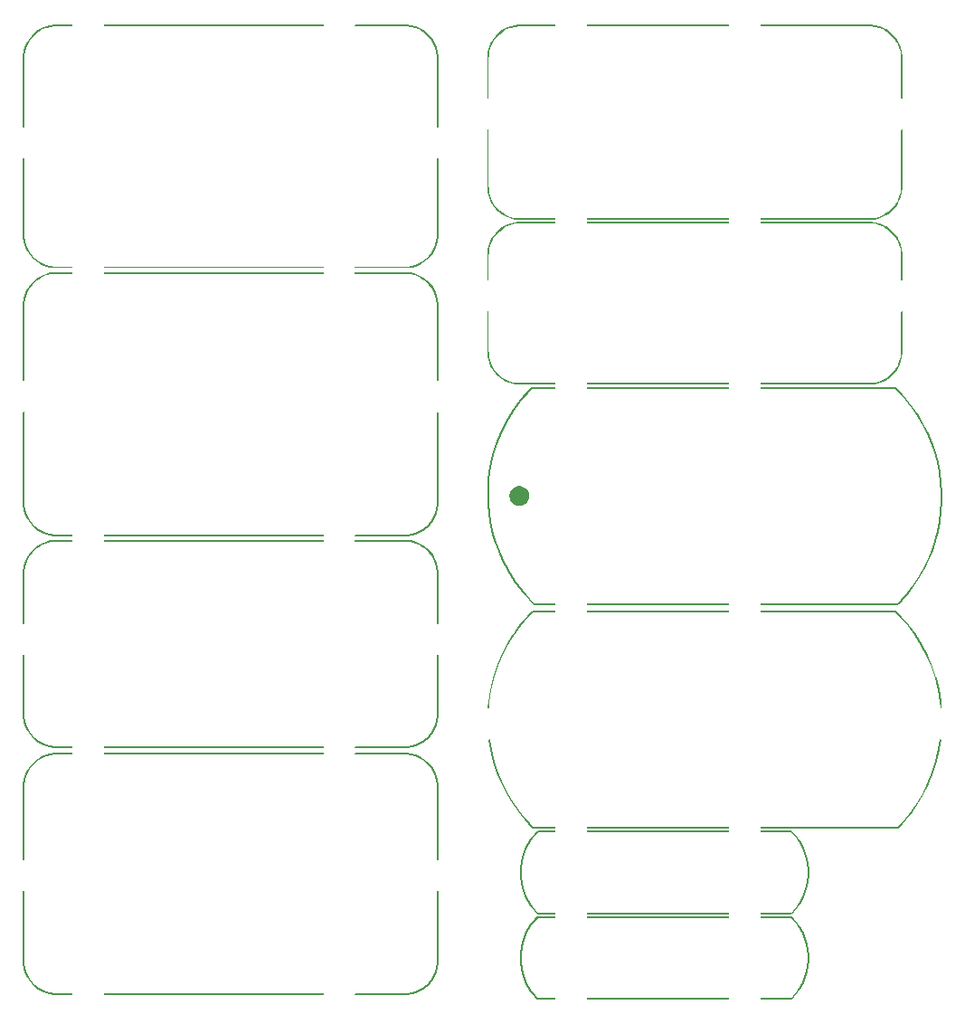
<source format=gbr>
%TF.GenerationSoftware,Altium Limited,Altium Designer,20.0.10 (225)*%
G04 Layer_Color=0*
%FSLAX26Y26*%
%MOIN*%
%TF.FileFunction,NonPlated,1,2,NPTH,Drill*%
%TF.Part,CustomerPanel*%
G01*
G75*
G36*
X2061938Y2028740D02*
Y2025158D01*
X2063336Y2018132D01*
X2066077Y2011513D01*
X2070057Y2005556D01*
X2075123Y2000490D01*
X2081080Y1996510D01*
X2087699Y1993769D01*
X2094725Y1992371D01*
X2098307D01*
X2101889D01*
X2108916Y1993769D01*
X2115534Y1996510D01*
X2121491Y2000490D01*
X2126557Y2005556D01*
X2130537Y2011513D01*
X2133278Y2018132D01*
X2134676Y2025158D01*
Y2028740D01*
Y2032322D01*
X2133278Y2039349D01*
X2130537Y2045967D01*
X2126557Y2051924D01*
X2121491Y2056990D01*
X2115534Y2060970D01*
X2108916Y2063712D01*
X2101889Y2065109D01*
X2098307D01*
X2094725D01*
X2087699Y2063712D01*
X2081080Y2060970D01*
X2075123Y2056990D01*
X2070057Y2051924D01*
X2066077Y2045967D01*
X2063336Y2039349D01*
X2061938Y2032322D01*
Y2028740D01*
D01*
D02*
G37*
G36*
X1980325Y3495000D02*
Y3642008D01*
Y3650144D01*
X1982449Y3666276D01*
X1986660Y3681993D01*
X1992887Y3697025D01*
X2001022Y3711117D01*
X2010928Y3724026D01*
X2022433Y3735531D01*
X2035342Y3745437D01*
X2049434Y3753572D01*
X2064466Y3759799D01*
X2080183Y3764010D01*
X2096315Y3766134D01*
X2104451D01*
D01*
X2230000D01*
X2230600D01*
X2231708Y3765675D01*
X2232556Y3764827D01*
X2233015Y3763719D01*
Y3763119D01*
Y3762519D01*
X2232556Y3761411D01*
X2231708Y3760563D01*
X2230600Y3760104D01*
X2230000D01*
D01*
X2104451D01*
X2096727Y3759851D01*
X2081412Y3757835D01*
X2066490Y3753837D01*
X2052218Y3747925D01*
X2038840Y3740201D01*
X2026585Y3730797D01*
X2015661Y3719874D01*
X2006257Y3707619D01*
X1998534Y3694241D01*
X1992622Y3679969D01*
X1988624Y3665047D01*
X1986608Y3649732D01*
X1986355Y3642008D01*
D01*
Y3495000D01*
Y3493751D01*
X1984589Y3491985D01*
X1982091D01*
X1980325Y3493751D01*
Y3495000D01*
D01*
D02*
G37*
G36*
X2350000Y3760104D02*
X2348751D01*
X2346985Y3761870D01*
Y3764368D01*
X2348751Y3766134D01*
X2350000D01*
D01*
X2870000D01*
X2870600D01*
X2871708Y3765675D01*
X2872556Y3764827D01*
X2873015Y3763719D01*
Y3763119D01*
Y3762519D01*
X2872556Y3761411D01*
X2871708Y3760563D01*
X2870600Y3760104D01*
X2870000D01*
D01*
X2350000D01*
D02*
G37*
G36*
X2990000D02*
X2988751D01*
X2986985Y3761870D01*
Y3764368D01*
X2988751Y3766134D01*
X2990000D01*
D01*
X3387522D01*
X3395657D01*
X3411790Y3764010D01*
X3427506Y3759799D01*
X3442539Y3753572D01*
X3456631Y3745437D01*
X3469539Y3735531D01*
X3481045Y3724026D01*
X3490950Y3711117D01*
X3499086Y3697025D01*
X3505313Y3681993D01*
X3509524Y3666276D01*
X3511648Y3650144D01*
Y3642008D01*
D01*
Y3495000D01*
Y3493751D01*
X3509882Y3491985D01*
X3507384D01*
X3505618Y3493751D01*
Y3495000D01*
D01*
Y3642008D01*
X3505365Y3649732D01*
X3503349Y3665047D01*
X3499351Y3679969D01*
X3493439Y3694241D01*
X3485715Y3707619D01*
X3476311Y3719874D01*
X3465388Y3730797D01*
X3453133Y3740201D01*
X3439755Y3747925D01*
X3425483Y3753837D01*
X3410561Y3757835D01*
X3395246Y3759851D01*
X3387522Y3760104D01*
D01*
X2990000D01*
D02*
G37*
G36*
Y3045441D02*
X2988751D01*
X2986985Y3047207D01*
Y3049705D01*
X2988751Y3051471D01*
X2990000D01*
D01*
X3387522D01*
X3395246Y3051724D01*
X3410561Y3053740D01*
X3425483Y3057738D01*
X3439755Y3063650D01*
X3453133Y3071374D01*
X3465388Y3080778D01*
X3476311Y3091701D01*
X3485715Y3103956D01*
X3493439Y3117334D01*
X3499351Y3131606D01*
X3503349Y3146528D01*
X3505365Y3161843D01*
X3505618Y3169567D01*
D01*
Y3375000D01*
Y3376249D01*
X3507384Y3378015D01*
X3509882D01*
X3511648Y3376249D01*
Y3375000D01*
D01*
Y3169567D01*
Y3161431D01*
X3509524Y3145299D01*
X3505313Y3129582D01*
X3499086Y3114550D01*
X3490950Y3100458D01*
X3481045Y3087549D01*
X3469539Y3076044D01*
X3456631Y3066138D01*
X3442539Y3058003D01*
X3427506Y3051776D01*
X3411790Y3047565D01*
X3395657Y3045441D01*
X3387522D01*
D01*
X2990000D01*
D02*
G37*
G36*
Y3033726D02*
X2988751D01*
X2986985Y3035492D01*
Y3037990D01*
X2988751Y3039756D01*
X2990000D01*
D01*
X3387522D01*
X3395657D01*
X3411790Y3037632D01*
X3427506Y3033421D01*
X3442539Y3027194D01*
X3456631Y3019059D01*
X3469539Y3009153D01*
X3481045Y2997648D01*
X3490950Y2984739D01*
X3499086Y2970647D01*
X3505313Y2955615D01*
X3509524Y2939898D01*
X3511648Y2923766D01*
Y2915630D01*
D01*
Y2825000D01*
Y2823751D01*
X3509882Y2821985D01*
X3507384D01*
X3505618Y2823751D01*
Y2825000D01*
D01*
Y2915630D01*
X3505365Y2923354D01*
X3503349Y2938669D01*
X3499351Y2953591D01*
X3493439Y2967863D01*
X3485715Y2981241D01*
X3476311Y2993496D01*
X3465388Y3004419D01*
X3453133Y3013823D01*
X3439755Y3021547D01*
X3425483Y3027459D01*
X3410561Y3031457D01*
X3395246Y3033473D01*
X3387522Y3033726D01*
D01*
X2990000D01*
D02*
G37*
G36*
X2350000D02*
X2348751D01*
X2346985Y3035492D01*
Y3037990D01*
X2348751Y3039756D01*
X2350000D01*
D01*
X2870000D01*
X2870600D01*
X2871708Y3039297D01*
X2872556Y3038449D01*
X2873015Y3037341D01*
Y3036741D01*
Y3036141D01*
X2872556Y3035033D01*
X2871708Y3034185D01*
X2870600Y3033726D01*
X2870000D01*
D01*
X2350000D01*
D02*
G37*
G36*
Y3045441D02*
X2348751D01*
X2346985Y3047207D01*
Y3049705D01*
X2348751Y3051471D01*
X2350000D01*
D01*
X2870000D01*
X2870600D01*
X2871708Y3051012D01*
X2872556Y3050164D01*
X2873015Y3049055D01*
Y3048456D01*
Y3047856D01*
X2872556Y3046748D01*
X2871708Y3045900D01*
X2870600Y3045441D01*
X2870000D01*
D01*
X2350000D01*
D02*
G37*
G36*
X1980325Y3169567D02*
Y3375000D01*
Y3376249D01*
X1982091Y3378015D01*
X1984589D01*
X1986355Y3376249D01*
Y3375000D01*
D01*
Y3169567D01*
X1986608Y3161843D01*
X1988624Y3146528D01*
X1992622Y3131606D01*
X1998534Y3117334D01*
X2006257Y3103956D01*
X2015661Y3091701D01*
X2026585Y3080778D01*
X2038840Y3071374D01*
X2052218Y3063650D01*
X2066490Y3057738D01*
X2081412Y3053740D01*
X2096727Y3051724D01*
X2104451Y3051471D01*
D01*
X2230000D01*
X2230600D01*
X2231708Y3051012D01*
X2232556Y3050164D01*
X2233015Y3049055D01*
Y3048456D01*
Y3047856D01*
X2232556Y3046748D01*
X2231708Y3045900D01*
X2230600Y3045441D01*
X2230000D01*
D01*
X2104451D01*
X2096315D01*
X2080183Y3047565D01*
X2064466Y3051776D01*
X2049434Y3058003D01*
X2035342Y3066138D01*
X2022433Y3076044D01*
X2010928Y3087549D01*
X2001022Y3100458D01*
X1992887Y3114550D01*
X1986660Y3129582D01*
X1982449Y3145299D01*
X1980325Y3161431D01*
Y3169567D01*
D01*
D02*
G37*
G36*
Y2825000D02*
Y2915630D01*
Y2923766D01*
X1982449Y2939898D01*
X1986660Y2955615D01*
X1992887Y2970647D01*
X2001022Y2984739D01*
X2010928Y2997648D01*
X2022433Y3009153D01*
X2035342Y3019059D01*
X2049434Y3027194D01*
X2064466Y3033421D01*
X2080183Y3037632D01*
X2096315Y3039756D01*
X2104451D01*
D01*
X2230000D01*
X2230600D01*
X2231708Y3039297D01*
X2232556Y3038449D01*
X2233015Y3037341D01*
Y3036741D01*
Y3036141D01*
X2232556Y3035033D01*
X2231708Y3034185D01*
X2230600Y3033726D01*
X2230000D01*
D01*
X2104451D01*
X2096727Y3033473D01*
X2081412Y3031457D01*
X2066490Y3027459D01*
X2052218Y3021547D01*
X2038840Y3013823D01*
X2026585Y3004419D01*
X2015661Y2993496D01*
X2006257Y2981241D01*
X1998534Y2967863D01*
X1992622Y2953591D01*
X1988624Y2938669D01*
X1986608Y2923354D01*
X1986355Y2915630D01*
D01*
Y2825000D01*
Y2823751D01*
X1984589Y2821985D01*
X1982091D01*
X1980325Y2823751D01*
Y2825000D01*
D01*
D02*
G37*
G36*
Y2562717D02*
Y2705000D01*
Y2706249D01*
X1982091Y2708015D01*
X1984589D01*
X1986355Y2706249D01*
Y2705000D01*
D01*
Y2562717D01*
X1986608Y2554993D01*
X1988624Y2539677D01*
X1992622Y2524756D01*
X1998534Y2510484D01*
X2006257Y2497106D01*
X2015661Y2484850D01*
X2026585Y2473927D01*
X2038840Y2464523D01*
X2052218Y2456799D01*
X2066490Y2450888D01*
X2081412Y2446890D01*
X2096727Y2444873D01*
X2104451Y2444620D01*
D01*
X2230000D01*
X2230600D01*
X2231708Y2444161D01*
X2232556Y2443313D01*
X2233015Y2442205D01*
Y2441605D01*
Y2441006D01*
X2232556Y2439898D01*
X2231708Y2439049D01*
X2230600Y2438590D01*
X2230000D01*
D01*
X2104451D01*
X2096315D01*
X2080183Y2440714D01*
X2064466Y2444925D01*
X2049434Y2451152D01*
X2035342Y2459288D01*
X2022433Y2469193D01*
X2010928Y2480699D01*
X2001022Y2493608D01*
X1992887Y2507699D01*
X1986660Y2522732D01*
X1982449Y2538449D01*
X1980325Y2554581D01*
Y2562717D01*
D01*
D02*
G37*
G36*
X2350000Y2438590D02*
X2348751D01*
X2346985Y2440356D01*
Y2442854D01*
X2348751Y2444620D01*
X2350000D01*
D01*
X2870000D01*
X2870600D01*
X2871708Y2444161D01*
X2872556Y2443313D01*
X2873015Y2442205D01*
Y2441605D01*
Y2441006D01*
X2872556Y2439898D01*
X2871708Y2439049D01*
X2870600Y2438590D01*
X2870000D01*
D01*
X2350000D01*
D02*
G37*
G36*
X2990000D02*
X2988751D01*
X2986985Y2440356D01*
Y2442854D01*
X2988751Y2444620D01*
X2990000D01*
D01*
X3387522D01*
X3395246Y2444873D01*
X3410561Y2446890D01*
X3425483Y2450888D01*
X3439755Y2456799D01*
X3453133Y2464523D01*
X3465388Y2473927D01*
X3476311Y2484850D01*
X3485715Y2497106D01*
X3493439Y2510484D01*
X3499351Y2524756D01*
X3503349Y2539677D01*
X3505365Y2554993D01*
X3505618Y2562717D01*
D01*
Y2705000D01*
Y2706249D01*
X3507384Y2708015D01*
X3509882D01*
X3511648Y2706249D01*
Y2705000D01*
D01*
Y2562717D01*
Y2554581D01*
X3509524Y2538449D01*
X3505313Y2522732D01*
X3499086Y2507699D01*
X3490950Y2493608D01*
X3481045Y2480699D01*
X3469539Y2469193D01*
X3456631Y2459288D01*
X3442539Y2451152D01*
X3427506Y2444925D01*
X3411790Y2440714D01*
X3395657Y2438590D01*
X3387522D01*
D01*
X2990000D01*
D02*
G37*
G36*
X2145000Y2423726D02*
X2143751D01*
X2141985Y2425492D01*
Y2427990D01*
X2143751Y2429756D01*
X2145000D01*
D01*
X2230000D01*
X2230600D01*
X2231708Y2429297D01*
X2232556Y2428449D01*
X2233015Y2427341D01*
Y2426741D01*
Y2426141D01*
X2232556Y2425033D01*
X2231708Y2424185D01*
X2230600Y2423726D01*
X2230000D01*
D01*
X2145000D01*
D02*
G37*
G36*
X2350000D02*
X2870000D01*
X2870600D01*
X2871708Y2424185D01*
X2872556Y2425033D01*
X2873015Y2426141D01*
Y2426741D01*
Y2427341D01*
X2872556Y2428449D01*
X2871708Y2429297D01*
X2870600Y2429756D01*
X2870000D01*
D01*
X2350000D01*
X2348751D01*
X2346985Y2427990D01*
Y2425492D01*
X2348751Y2423726D01*
X2350000D01*
D01*
D02*
G37*
G36*
X2990000Y1627724D02*
X2988751D01*
X2986985Y1629490D01*
Y1631988D01*
X2988751Y1633754D01*
X2990000D01*
D01*
X3493577D01*
X3493578Y1633756D01*
X3493582Y1633759D01*
X3493585Y1633762D01*
X3493588Y1633766D01*
X3493590Y1633767D01*
X3505936Y1646846D01*
X3529333Y1674160D01*
X3550924Y1702924D01*
X3570620Y1733018D01*
X3588339Y1764316D01*
X3604006Y1796690D01*
X3617559Y1830004D01*
X3628939Y1864122D01*
X3638101Y1898901D01*
X3645005Y1934198D01*
X3649624Y1969866D01*
X3651938Y2005757D01*
X3652228Y2023740D01*
X3651919Y2042312D01*
X3649451Y2079374D01*
X3644525Y2116189D01*
X3637164Y2152596D01*
X3627400Y2188433D01*
X3615276Y2223542D01*
X3600845Y2257768D01*
X3584172Y2290959D01*
X3565331Y2322970D01*
X3544403Y2353657D01*
X3521483Y2382885D01*
X3496672Y2410526D01*
X3483590Y2423713D01*
X3483589Y2423715D01*
X3483585Y2423718D01*
X3483582Y2423721D01*
X3483579Y2423724D01*
X3483577Y2423726D01*
X3483577D01*
X2990000D01*
X2988751D01*
X2986985Y2425492D01*
Y2427990D01*
X2988751Y2429756D01*
X2990000D01*
D01*
X3483583D01*
X3484166D01*
X3485310Y2429532D01*
X3486389Y2429093D01*
X3487365Y2428455D01*
X3487782Y2428048D01*
D01*
X3487782D01*
Y2428048D01*
D01*
X3487782Y2428048D01*
X3501231Y2414935D01*
X3526327Y2386979D01*
X3549510Y2357418D01*
X3570677Y2326381D01*
X3589735Y2294007D01*
X3606599Y2260437D01*
X3621194Y2225821D01*
X3633457Y2190312D01*
X3643334Y2154066D01*
X3650779Y2117244D01*
X3655761Y2080008D01*
X3658258Y2042524D01*
Y2023740D01*
Y2005553D01*
X3655917Y1969253D01*
X3651245Y1933180D01*
X3644262Y1897482D01*
X3634996Y1862307D01*
X3623485Y1827801D01*
X3609778Y1794108D01*
X3593931Y1761366D01*
X3576010Y1729712D01*
X3556089Y1699277D01*
X3534251Y1670187D01*
X3510587Y1642562D01*
X3497890Y1629540D01*
X3497470Y1629109D01*
X3496475Y1628431D01*
X3495365Y1627963D01*
X3494185Y1627724D01*
X3493583D01*
D01*
X2990000D01*
D02*
G37*
G36*
D02*
X2988751D01*
X2986985Y1629490D01*
Y1631988D01*
X2988751Y1633754D01*
X2990000D01*
D01*
X3493583D01*
X3494182D01*
X3495290Y1633295D01*
X3496139Y1632447D01*
X3496598Y1631339D01*
Y1630739D01*
Y1630139D01*
X3496139Y1629031D01*
X3495290Y1628183D01*
X3494182Y1627724D01*
X3493583D01*
D01*
X2990000D01*
D02*
G37*
G36*
X2350000D02*
X2348751D01*
X2346985Y1629490D01*
Y1631988D01*
X2348751Y1633754D01*
X2350000D01*
D01*
X2870000D01*
X2870600D01*
X2871708Y1633295D01*
X2872556Y1632447D01*
X2873015Y1631339D01*
Y1630739D01*
Y1630139D01*
X2872556Y1629031D01*
X2871708Y1628183D01*
X2870600Y1627724D01*
X2870000D01*
D01*
X2350000D01*
D02*
G37*
G36*
X2155000D02*
X2153751D01*
X2151985Y1629490D01*
Y1631988D01*
X2153751Y1633754D01*
X2155000D01*
D01*
X2230000D01*
X2230600D01*
X2231708Y1633295D01*
X2232556Y1632447D01*
X2233015Y1631339D01*
Y1630739D01*
Y1630139D01*
X2232556Y1629031D01*
X2231708Y1628183D01*
X2230600Y1627724D01*
X2230000D01*
D01*
X2155000D01*
D02*
G37*
G36*
X1982157Y1250215D02*
X1982067Y1248970D01*
X1983703Y1247082D01*
X1986194Y1246903D01*
X1988082Y1248539D01*
X1988171Y1249784D01*
X1988171D01*
X1989491Y1268197D01*
Y1268199D01*
X1989491Y1268199D01*
Y1268199D01*
Y1268200D01*
X1989491Y1268200D01*
Y1268201D01*
X1989491Y1268202D01*
X1989491Y1268204D01*
X1989491Y1268206D01*
X1989492Y1268209D01*
Y1268210D01*
Y1268210D01*
X1989492Y1268210D01*
Y1268210D01*
Y1268210D01*
Y1268211D01*
X1989492Y1268211D01*
X1989492Y1268211D01*
X1989492Y1268213D01*
X1989492Y1268214D01*
X1989492Y1268216D01*
X1989493Y1268216D01*
Y1268216D01*
X1996056Y1311622D01*
X1996057Y1311627D01*
Y1311627D01*
X1996059Y1311635D01*
X1996060Y1311638D01*
X1996061Y1311643D01*
X1996062Y1311648D01*
X1996063Y1311652D01*
X1996063Y1311655D01*
X1996064Y1311655D01*
X2006003Y1354370D01*
X2006004Y1354372D01*
X2006004Y1354375D01*
X2006005Y1354379D01*
X2006006Y1354382D01*
X2006006Y1354384D01*
X2006006Y1354385D01*
X2006007Y1354386D01*
X2006007Y1354388D01*
X2006008Y1354389D01*
X2006008Y1354390D01*
X2006008Y1354390D01*
X2006008Y1354391D01*
X2006008Y1354393D01*
X2006009Y1354394D01*
X2006009Y1354395D01*
Y1354395D01*
X2006009Y1354395D01*
X2006009Y1354396D01*
X2006009Y1354396D01*
Y1354397D01*
X2006009D01*
X2006010Y1354397D01*
X2006010Y1354399D01*
X2006010Y1354400D01*
X2006011Y1354401D01*
X2006011Y1354402D01*
X2006011Y1354403D01*
X2006012Y1354405D01*
X2006012Y1354406D01*
X2006013Y1354408D01*
X2006013Y1354409D01*
D01*
X2006013D01*
X2019283Y1396241D01*
D01*
X2019283Y1396241D01*
D01*
Y1396242D01*
X2019283Y1396242D01*
X2019283Y1396244D01*
X2019284Y1396245D01*
X2019284Y1396247D01*
X2019285Y1396248D01*
X2019285Y1396248D01*
X2019285Y1396250D01*
X2019286Y1396251D01*
X2019286Y1396252D01*
X2019286Y1396253D01*
X2019286Y1396253D01*
Y1396253D01*
Y1396253D01*
X2019286Y1396253D01*
Y1396254D01*
Y1396253D01*
X2019286Y1396253D01*
X2019286Y1396253D01*
X2019286Y1396253D01*
Y1396253D01*
Y1396253D01*
X2019286Y1396253D01*
X2019286Y1396253D01*
X2019286Y1396253D01*
Y1396254D01*
Y1396254D01*
Y1396253D01*
D01*
Y1396254D01*
X2019287Y1396254D01*
Y1396254D01*
X2019287Y1396255D01*
X2019287Y1396256D01*
X2019288Y1396257D01*
X2019288Y1396259D01*
X2019288Y1396259D01*
X2019289Y1396261D01*
X2019290Y1396264D01*
X2019291Y1396267D01*
X2019292Y1396271D01*
X2019292Y1396272D01*
Y1396272D01*
X2019292Y1396271D01*
X2019291Y1396267D01*
X2019290Y1396264D01*
X2019289Y1396261D01*
X2019288Y1396259D01*
X2019288Y1396259D01*
X2019288Y1396257D01*
X2019287Y1396256D01*
X2019287Y1396255D01*
X2019287Y1396254D01*
X2019287Y1396255D01*
X2019287Y1396256D01*
X2019288Y1396257D01*
X2019289Y1396259D01*
X2019289Y1396259D01*
Y1396259D01*
X2019294Y1396272D01*
X2019294Y1396271D01*
X2019293Y1396269D01*
X2019292Y1396268D01*
X2019292Y1396266D01*
X2019291Y1396265D01*
X2019292Y1396266D01*
X2019292Y1396268D01*
X2019293Y1396269D01*
X2019293Y1396271D01*
X2019294Y1396272D01*
Y1396272D01*
X2019291Y1396265D01*
Y1396265D01*
X2019291Y1396265D01*
X2019291Y1396265D01*
Y1396265D01*
D01*
X2035802Y1436927D01*
X2035802Y1436928D01*
X2035803Y1436929D01*
X2035803Y1436931D01*
X2035804Y1436933D01*
X2035804Y1436933D01*
X2035804Y1436934D01*
X2035805Y1436936D01*
X2035806Y1436937D01*
X2035806Y1436938D01*
X2035806Y1436939D01*
Y1436939D01*
D01*
D01*
Y1436939D01*
X2035807D01*
Y1436939D01*
X2055468Y1476203D01*
Y1476203D01*
X2055468D01*
Y1476203D01*
Y1476203D01*
X2055468D01*
X2055468Y1476203D01*
X2055468Y1476203D01*
X2078148Y1513802D01*
X2078152Y1513807D01*
X2078153Y1513808D01*
X2078154Y1513810D01*
X2078156Y1513812D01*
X2078157Y1513814D01*
X2078158Y1513815D01*
X2078158D01*
X2103696Y1549487D01*
X2103705Y1549500D01*
X2103706Y1549501D01*
X2103707Y1549503D01*
X2103709Y1549505D01*
X2103710Y1549507D01*
X2103711Y1549508D01*
D01*
X2131994Y1583096D01*
X2131995Y1583097D01*
X2131996Y1583099D01*
X2131997Y1583100D01*
X2131999Y1583101D01*
X2131999Y1583102D01*
X2132000Y1583103D01*
X2132001Y1583104D01*
X2132003Y1583105D01*
X2132004Y1583107D01*
X2132005Y1583107D01*
X2132005Y1583108D01*
X2132007Y1583109D01*
X2132008Y1583111D01*
X2132009Y1583112D01*
X2132010Y1583113D01*
X2132010Y1583113D01*
X2132012Y1583114D01*
X2132013Y1583116D01*
X2132014Y1583117D01*
X2132014Y1583117D01*
Y1583117D01*
X2147390Y1598710D01*
X2147392Y1598712D01*
X2147396Y1598716D01*
X2147400Y1598720D01*
X2147404Y1598724D01*
X2147406Y1598726D01*
Y1598726D01*
X2147406Y1598726D01*
X2230000D01*
X2230600D01*
X2231708Y1599185D01*
X2232556Y1600034D01*
X2233015Y1601142D01*
Y1601741D01*
Y1602341D01*
X2232556Y1603449D01*
X2231708Y1604297D01*
X2230600Y1604756D01*
X2230000D01*
D01*
X2147401D01*
X2146802D01*
X2145627Y1604520D01*
X2144523Y1604057D01*
X2143531Y1603386D01*
X2143111Y1602959D01*
X2143110Y1602957D01*
X2143107Y1602955D01*
X2143105Y1602952D01*
X2143102Y1602950D01*
X2143101Y1602948D01*
X2143100Y1602948D01*
X2143099Y1602947D01*
X2143098Y1602945D01*
X2143097Y1602944D01*
X2143096Y1602943D01*
D01*
X2143097Y1602944D01*
X2143102Y1602949D01*
X2143103Y1602951D01*
X2143106Y1602953D01*
X2143108Y1602955D01*
X2143110Y1602958D01*
X2143111Y1602959D01*
X2143112Y1602959D01*
X2143113Y1602961D01*
X2143115Y1602962D01*
X2143116Y1602964D01*
X2143117Y1602964D01*
Y1602965D01*
X2143111Y1602959D01*
X2143111Y1602958D01*
X2143110Y1602957D01*
X2143108Y1602956D01*
X2143107Y1602955D01*
X2143106Y1602954D01*
X2143107D01*
X2143105Y1602953D01*
X2143111Y1602959D01*
X2143105Y1602953D01*
X2143102Y1602949D01*
X2143102Y1602949D01*
X2143102Y1602949D01*
X2143102Y1602949D01*
X2143101Y1602948D01*
X2143101Y1602948D01*
X2143101D01*
X2143105Y1602953D01*
X2143101Y1602948D01*
X2143100Y1602948D01*
X2143099Y1602947D01*
X2143098Y1602945D01*
X2143097Y1602944D01*
X2143096Y1602944D01*
X2143097D01*
X2127721Y1587351D01*
X2127721D01*
Y1587351D01*
X2127721D01*
Y1587351D01*
X2127721Y1587351D01*
X2127720Y1587351D01*
X2127718Y1587349D01*
X2127717Y1587347D01*
X2127715Y1587345D01*
X2127714Y1587344D01*
Y1587344D01*
X2127721Y1587351D01*
X2127719Y1587349D01*
X2127715Y1587345D01*
X2127711Y1587341D01*
X2127707Y1587337D01*
X2127705Y1587335D01*
X2127706Y1587336D01*
X2127709Y1587339D01*
X2127711Y1587341D01*
X2127713Y1587343D01*
X2127714Y1587344D01*
Y1587344D01*
X2127711Y1587341D01*
X2127710Y1587340D01*
X2127709Y1587339D01*
X2127707Y1587337D01*
X2127706Y1587336D01*
X2127705Y1587335D01*
X2127704Y1587335D01*
X2127703Y1587333D01*
X2127702Y1587332D01*
X2127701Y1587331D01*
X2127700Y1587330D01*
Y1587331D01*
X2127705Y1587335D01*
X2127704Y1587334D01*
X2127701Y1587331D01*
X2127699Y1587329D01*
X2127696Y1587326D01*
X2127695Y1587325D01*
X2127654Y1587283D01*
X2127574Y1587199D01*
X2127496Y1587113D01*
X2127419Y1587026D01*
X2127382Y1586981D01*
X2127382Y1586981D01*
X2127382D01*
X2099097Y1553391D01*
X2099060Y1553347D01*
X2098987Y1553257D01*
X2098916Y1553166D01*
X2098847Y1553073D01*
X2098813Y1553026D01*
X2098814D01*
X2098804Y1553013D01*
X2098805Y1553015D01*
X2098808Y1553018D01*
X2098810Y1553022D01*
X2098812Y1553025D01*
X2098814Y1553026D01*
X2098812Y1553025D01*
X2098810Y1553022D01*
X2098808Y1553018D01*
X2098805Y1553015D01*
X2098804Y1553013D01*
X2098805Y1553014D01*
X2098805Y1553015D01*
X2098806Y1553016D01*
X2098807Y1553018D01*
X2098808Y1553018D01*
X2098808Y1553018D01*
X2098804Y1553013D01*
X2098803Y1553012D01*
X2098802Y1553010D01*
X2098800Y1553008D01*
X2098799Y1553006D01*
X2098798Y1553005D01*
X2098799Y1553006D01*
X2098800Y1553008D01*
X2098802Y1553010D01*
X2098803Y1553012D01*
X2098804Y1553013D01*
X2098803Y1553012D01*
X2098802Y1553010D01*
X2098801Y1553008D01*
X2098799Y1553006D01*
X2098798Y1553005D01*
X2098798D01*
X2098797Y1553004D01*
X2098795Y1553001D01*
X2098793Y1552997D01*
X2098790Y1552994D01*
X2098789Y1552992D01*
Y1552992D01*
X2098790Y1552994D01*
X2098793Y1552997D01*
X2098795Y1553000D01*
X2098797Y1553004D01*
X2098798Y1553005D01*
Y1553005D01*
X2073260Y1517333D01*
X2073261Y1517334D01*
X2073261Y1517334D01*
X2073262Y1517335D01*
X2073263Y1517337D01*
X2073264Y1517338D01*
X2073264Y1517338D01*
X2073264Y1517339D01*
X2073261Y1517333D01*
X2073260Y1517333D01*
X2073259Y1517331D01*
X2073258Y1517329D01*
X2073256Y1517328D01*
X2073256Y1517327D01*
Y1517327D01*
X2073260Y1517333D01*
X2073251Y1517321D01*
X2073252Y1517321D01*
X2073253Y1517322D01*
X2073254Y1517324D01*
X2073254Y1517325D01*
X2073255Y1517325D01*
Y1517325D01*
X2073256Y1517327D01*
X2073255Y1517326D01*
X2073254Y1517325D01*
X2073253Y1517323D01*
X2073252Y1517321D01*
X2073251Y1517321D01*
X2073253Y1517322D01*
X2073255Y1517325D01*
X2073257Y1517329D01*
X2073260Y1517332D01*
X2073261Y1517334D01*
X2073261D01*
X2073251Y1517321D01*
X2073216Y1517272D01*
X2073148Y1517172D01*
X2073081Y1517072D01*
X2073017Y1516970D01*
X2072986Y1516918D01*
X2072986D01*
X2072986D01*
X2050304Y1479317D01*
X2050273Y1479266D01*
X2050215Y1479164D01*
X2050157Y1479060D01*
X2050102Y1478956D01*
X2050076Y1478903D01*
Y1478903D01*
X2030414Y1439638D01*
X2030387Y1439584D01*
X2030336Y1439476D01*
X2030286Y1439367D01*
X2030239Y1439256D01*
X2030217Y1439201D01*
X2030216Y1439199D01*
X2030215Y1439196D01*
X2030214Y1439193D01*
X2030212Y1439190D01*
X2030212Y1439188D01*
X2030212Y1439188D01*
X2030211Y1439187D01*
X2030211Y1439186D01*
X2030210Y1439185D01*
X2030210Y1439184D01*
X2030210Y1439184D01*
X2030215Y1439195D01*
X2030215Y1439196D01*
X2030215Y1439197D01*
X2030216Y1439199D01*
X2030217Y1439200D01*
X2030217Y1439201D01*
X2030217Y1439202D01*
X2030218Y1439203D01*
X2030218Y1439205D01*
X2030219Y1439207D01*
X2030220Y1439208D01*
Y1439208D01*
X2030217Y1439201D01*
X2030217Y1439200D01*
X2030216Y1439199D01*
X2030216Y1439198D01*
X2030215Y1439197D01*
X2030215Y1439197D01*
Y1439197D01*
X2030215Y1439195D01*
X2030215Y1439197D01*
X2030215Y1439196D01*
X2030214Y1439194D01*
X2030213Y1439191D01*
X2030212Y1439189D01*
X2030212Y1439188D01*
X2030212D01*
X2030217Y1439201D01*
X2030210Y1439184D01*
Y1439184D01*
X2030210Y1439184D01*
X2030210Y1439183D01*
X2030209Y1439183D01*
Y1439183D01*
Y1439183D01*
X2030210Y1439184D01*
X2013704Y1398533D01*
X2013705Y1398535D01*
X2013706Y1398538D01*
X2013707Y1398541D01*
X2013709Y1398544D01*
X2013709Y1398546D01*
X2013709Y1398544D01*
X2013707Y1398541D01*
X2013706Y1398538D01*
X2013705Y1398535D01*
X2013704Y1398533D01*
X2013704Y1398533D01*
X2013703Y1398531D01*
X2013702Y1398529D01*
X2013702Y1398527D01*
X2013701Y1398527D01*
X2013702Y1398527D01*
X2013702Y1398529D01*
X2013703Y1398531D01*
X2013704Y1398533D01*
X2013704Y1398533D01*
Y1398534D01*
X2013704Y1398533D01*
X2013703Y1398531D01*
X2013703Y1398529D01*
X2013702Y1398527D01*
X2013701Y1398527D01*
X2013701Y1398525D01*
X2013699Y1398522D01*
X2013698Y1398519D01*
X2013697Y1398516D01*
X2013696Y1398514D01*
X2013697D01*
X2013701Y1398527D01*
X2013701Y1398526D01*
X2013701Y1398524D01*
X2013700Y1398523D01*
X2013699Y1398522D01*
X2013699Y1398521D01*
Y1398521D01*
X2013701Y1398527D01*
X2013701Y1398525D01*
X2013699Y1398522D01*
X2013698Y1398519D01*
X2013697Y1398516D01*
X2013696Y1398514D01*
X2013675Y1398460D01*
X2013633Y1398352D01*
X2013594Y1398242D01*
X2013556Y1398132D01*
X2013539Y1398076D01*
X2013539D01*
Y1398077D01*
Y1398077D01*
X2013539D01*
Y1398077D01*
D01*
X2013539Y1398076D01*
X2013538Y1398076D01*
X2013538Y1398074D01*
X2013537Y1398073D01*
X2013537Y1398071D01*
X2013537Y1398070D01*
X2013537Y1398071D01*
X2013537Y1398073D01*
X2013538Y1398074D01*
X2013538Y1398076D01*
X2013539Y1398076D01*
X2013538Y1398075D01*
X2013537Y1398072D01*
X2013536Y1398069D01*
X2013535Y1398066D01*
X2013535Y1398064D01*
X2013535D01*
Y1398064D01*
X2013535Y1398065D01*
X2013536Y1398067D01*
X2013536Y1398068D01*
X2013536Y1398070D01*
X2013537Y1398070D01*
X2013536Y1398070D01*
X2013536Y1398068D01*
X2013536Y1398067D01*
X2013535Y1398065D01*
X2013535Y1398064D01*
D01*
Y1398064D01*
X2013535Y1398064D01*
D01*
D01*
X2013539Y1398076D01*
X2013535Y1398064D01*
D01*
Y1398064D01*
D01*
D01*
X2013534Y1398063D01*
X2013533Y1398060D01*
X2013532Y1398057D01*
X2013531Y1398054D01*
X2013531Y1398052D01*
D01*
X2013535Y1398064D01*
X2000268Y1356241D01*
X2000268Y1356241D01*
X2000269Y1356242D01*
X2000269Y1356243D01*
X2000269Y1356244D01*
X2000269Y1356244D01*
Y1356244D01*
X2000268Y1356241D01*
X2000268Y1356240D01*
X2000268Y1356240D01*
X2000268Y1356239D01*
X2000267Y1356238D01*
X2000267Y1356238D01*
X2000267Y1356236D01*
X2000266Y1356234D01*
X2000265Y1356230D01*
X2000264Y1356227D01*
X2000264Y1356226D01*
X2000245Y1356169D01*
X2000211Y1356055D01*
X2000180Y1355940D01*
X2000150Y1355825D01*
X2000137Y1355767D01*
X2000137Y1355765D01*
X2000136Y1355763D01*
X2000136Y1355760D01*
X2000135Y1355757D01*
X2000134Y1355756D01*
X2000135Y1355757D01*
X2000136Y1355760D01*
X2000136Y1355763D01*
X2000137Y1355765D01*
X2000137Y1355766D01*
Y1355767D01*
X2000134Y1355756D01*
X2000135Y1355757D01*
X2000135Y1355759D01*
X2000136Y1355761D01*
X2000136Y1355763D01*
X2000136Y1355764D01*
Y1355764D01*
X2000134Y1355756D01*
X2000134Y1355755D01*
X2000134Y1355753D01*
X2000134Y1355752D01*
X2000133Y1355750D01*
X2000133Y1355749D01*
D01*
X2000134Y1355753D01*
X2000134Y1355756D01*
X2000134Y1355754D01*
X2000133Y1355751D01*
X2000133Y1355747D01*
X2000132Y1355744D01*
X2000131Y1355742D01*
X2000131D01*
X2000132Y1355744D01*
X2000133Y1355747D01*
X2000133Y1355751D01*
X2000134Y1355754D01*
X2000134Y1355756D01*
X2000135D01*
X2000133Y1355749D01*
X2000130Y1355736D01*
X2000130Y1355737D01*
X2000131Y1355739D01*
X2000131Y1355740D01*
X2000131Y1355742D01*
X2000131Y1355742D01*
X2000131Y1355743D01*
X2000130Y1355736D01*
X1990191Y1313021D01*
X1990188Y1313012D01*
X1990188Y1313012D01*
X1990188Y1313010D01*
X1990188Y1313009D01*
X1990187Y1313008D01*
X1990187Y1313007D01*
X1990188Y1313008D01*
X1990188Y1313010D01*
X1990188Y1313012D01*
X1990189Y1313014D01*
X1990189Y1313015D01*
X1990189Y1313015D01*
X1990188Y1313012D01*
X1990187Y1313005D01*
X1990186Y1313004D01*
X1990186Y1313002D01*
X1990185Y1313000D01*
X1990185Y1312998D01*
X1990185Y1312997D01*
X1990185D01*
X1990187Y1313007D01*
X1990188Y1313009D01*
X1990188Y1313013D01*
X1990189Y1313016D01*
X1990190Y1313020D01*
X1990190Y1313021D01*
X1990191D01*
X1990187Y1313007D01*
X1990187Y1313006D01*
X1990186Y1313003D01*
X1990186Y1313001D01*
X1990185Y1312998D01*
X1990185Y1312997D01*
X1990185Y1312998D01*
X1990186Y1313001D01*
X1990186Y1313003D01*
X1990187Y1313006D01*
X1990187Y1313007D01*
Y1313007D01*
X1990185Y1312997D01*
Y1312996D01*
X1990185Y1312996D01*
X1990184Y1312995D01*
X1990184Y1312994D01*
X1990184Y1312994D01*
Y1312994D01*
X1990185Y1312997D01*
X1990171Y1312939D01*
X1990147Y1312823D01*
X1990124Y1312706D01*
X1990104Y1312589D01*
X1990095Y1312530D01*
X1990095Y1312529D01*
X1990095Y1312527D01*
X1990094Y1312526D01*
X1990094Y1312524D01*
X1990094Y1312523D01*
X1990094D01*
X1990095Y1312530D01*
X1990094Y1312523D01*
X1983530Y1269118D01*
X1983529Y1269111D01*
X1983529Y1269112D01*
X1983530Y1269114D01*
X1983530Y1269115D01*
X1983530Y1269117D01*
X1983530Y1269118D01*
Y1269118D01*
X1983529Y1269111D01*
X1983521Y1269054D01*
X1983505Y1268939D01*
X1983493Y1268824D01*
X1983482Y1268709D01*
X1983478Y1268651D01*
Y1268652D01*
X1983477Y1268639D01*
X1983477Y1268641D01*
X1983477Y1268644D01*
X1983477Y1268647D01*
X1983478Y1268650D01*
X1983478Y1268651D01*
Y1268652D01*
X1983478Y1268650D01*
X1983477Y1268647D01*
X1983477Y1268644D01*
X1983477Y1268641D01*
X1983477Y1268639D01*
X1983477Y1268638D01*
X1983477Y1268636D01*
X1983476Y1268633D01*
X1983476Y1268631D01*
X1983476Y1268630D01*
X1983476Y1268631D01*
X1983476Y1268633D01*
X1983477Y1268636D01*
X1983477Y1268638D01*
X1983477Y1268639D01*
Y1268640D01*
Y1268640D01*
X1983477Y1268640D01*
Y1268641D01*
Y1268641D01*
X1983477Y1268642D01*
D01*
X1983477Y1268639D01*
X1983477Y1268638D01*
X1983477Y1268636D01*
X1983476Y1268633D01*
X1983476Y1268631D01*
X1983476Y1268630D01*
X1983476Y1268630D01*
X1983476Y1268628D01*
X1983476Y1268625D01*
X1983476Y1268622D01*
X1983475Y1268619D01*
X1983475Y1268618D01*
X1983476Y1268619D01*
X1983476Y1268622D01*
X1983476Y1268625D01*
X1983476Y1268628D01*
X1983476Y1268630D01*
Y1268630D01*
X1982157Y1250215D01*
D02*
G37*
G36*
X2350000Y1598726D02*
X2348751D01*
X2346985Y1600493D01*
Y1602990D01*
X2348751Y1604756D01*
X2350000D01*
D01*
X2870000Y1604756D01*
X2870600D01*
X2871708Y1604297D01*
X2872556Y1603449D01*
X2873015Y1602341D01*
Y1601741D01*
Y1601141D01*
X2872556Y1600033D01*
X2871708Y1599185D01*
X2870600Y1598726D01*
X2870000D01*
D01*
X2350000Y1598726D01*
D02*
G37*
G36*
X2990000Y1598726D02*
X3485970Y1598726D01*
X3485971Y1598725D01*
X3485972Y1598724D01*
X3485974Y1598722D01*
X3485976Y1598721D01*
X3485977Y1598720D01*
D01*
X3501589Y1583324D01*
X3502238Y1582684D01*
X3504029Y1582338D01*
X3505711Y1583041D01*
X3506721Y1584559D01*
Y1585471D01*
Y1585770D01*
X3506603Y1586358D01*
X3506372Y1586911D01*
X3506037Y1587407D01*
X3505823Y1587618D01*
X3505823Y1587618D01*
X3490210Y1603013D01*
X3490001Y1603220D01*
X3489512Y1603543D01*
X3488969Y1603767D01*
X3488393Y1603881D01*
X3488099Y1603882D01*
X3488099Y1603882D01*
X3487889Y1604090D01*
X3487397Y1604417D01*
X3486851Y1604641D01*
X3486271Y1604756D01*
X3485976D01*
D01*
X2990000Y1604756D01*
X2988751D01*
X2986985Y1602990D01*
Y1600492D01*
X2988751Y1598726D01*
X2990000D01*
D01*
D02*
G37*
G36*
X3501599Y1583314D02*
X3530351Y1550123D01*
X3530969Y1549410D01*
X3532798Y1548943D01*
X3534568Y1549602D01*
X3535645Y1551153D01*
Y1552097D01*
Y1552367D01*
X3535549Y1552898D01*
X3535360Y1553403D01*
X3535085Y1553868D01*
X3534909Y1554071D01*
X3534909Y1554072D01*
X3506157Y1587263D01*
X3505339Y1588207D01*
X3502848Y1588385D01*
X3500960Y1586750D01*
X3500781Y1584258D01*
X3501599Y1583314D01*
D01*
D02*
G37*
G36*
X3530350Y1550124D02*
X3556409Y1514780D01*
X3556989Y1513993D01*
X3558850Y1513399D01*
X3560706Y1514010D01*
X3561851Y1515592D01*
Y1516569D01*
Y1516809D01*
X3561775Y1517283D01*
X3561625Y1517738D01*
X3561405Y1518165D01*
X3561263Y1518358D01*
D01*
X3535204Y1553703D01*
X3534462Y1554708D01*
X3531993Y1555081D01*
X3529983Y1553599D01*
X3529609Y1551129D01*
X3530350Y1550124D01*
X3530350Y1550124D01*
D02*
G37*
G36*
X3556415Y1514770D02*
X3579608Y1477510D01*
X3580141Y1476653D01*
X3582025Y1475927D01*
X3583967Y1476482D01*
X3585182Y1478094D01*
Y1479104D01*
Y1479314D01*
X3585124Y1479730D01*
X3585008Y1480134D01*
X3584838Y1480519D01*
X3584727Y1480697D01*
D01*
X3561534Y1517957D01*
X3560874Y1519017D01*
X3558441Y1519583D01*
X3556321Y1518263D01*
X3555755Y1515830D01*
X3556415Y1514770D01*
X3556415Y1514770D01*
D02*
G37*
G36*
X3599819Y1438523D02*
X3579617Y1477494D01*
X3579043Y1478602D01*
X3579798Y1480983D01*
X3582015Y1482133D01*
X3584396Y1481378D01*
X3584971Y1480269D01*
X3584971D01*
X3584971D01*
X3605173Y1441298D01*
X3605256Y1441137D01*
X3605382Y1440799D01*
X3605468Y1440449D01*
X3605511Y1440091D01*
Y1439910D01*
Y1438868D01*
X3604223Y1437228D01*
X3602197Y1436734D01*
X3600299Y1437597D01*
X3599819Y1438523D01*
X3599819Y1438523D01*
D02*
G37*
G36*
X3616910Y1398065D02*
X3599822Y1438516D01*
X3599336Y1439667D01*
X3600276Y1441981D01*
X3602577Y1442953D01*
X3604891Y1442013D01*
X3605377Y1440862D01*
X3605377Y1440863D01*
X3622465Y1400411D01*
X3622524Y1400272D01*
X3622613Y1399984D01*
X3622673Y1399689D01*
X3622703Y1399389D01*
Y1399238D01*
Y1398162D01*
X3621341Y1396496D01*
X3619232Y1396069D01*
X3617329Y1397074D01*
X3616910Y1398065D01*
D01*
D02*
G37*
G36*
X3579614Y1477501D02*
Y1477501D01*
X3579614Y1477501D01*
X3579614Y1477501D01*
X3579614Y1477501D01*
X3579614Y1477501D01*
D02*
G37*
G36*
X3630772Y1356398D02*
X3616910Y1398066D01*
X3616516Y1399251D01*
X3617634Y1401484D01*
X3620004Y1402272D01*
X3622238Y1401154D01*
X3622632Y1399969D01*
D01*
X3636493Y1358302D01*
X3636531Y1358187D01*
X3636589Y1357951D01*
X3636628Y1357712D01*
X3636647Y1357471D01*
Y1357350D01*
Y1356241D01*
X3635209Y1354551D01*
X3633019Y1354196D01*
X3631122Y1355346D01*
X3630771Y1356398D01*
X3630772Y1356398D01*
D02*
G37*
G36*
X3641320Y1313775D02*
X3630772Y1356396D01*
X3630472Y1357609D01*
X3631762Y1359747D01*
X3634186Y1360348D01*
X3636325Y1359057D01*
X3636625Y1357845D01*
D01*
X3647174Y1315224D01*
X3647195Y1315135D01*
X3647229Y1314955D01*
X3647251Y1314774D01*
X3647262Y1314591D01*
Y1314500D01*
Y1313357D01*
X3645746Y1311645D01*
X3643477Y1311369D01*
X3641595Y1312666D01*
X3641320Y1313775D01*
X3641320Y1313775D01*
D02*
G37*
G36*
X3648493Y1270451D02*
X3641321Y1313774D01*
X3641117Y1315006D01*
X3642571Y1317037D01*
X3645035Y1317445D01*
X3647066Y1315991D01*
X3647270Y1314759D01*
D01*
X3654442Y1271436D01*
X3654452Y1271375D01*
X3654468Y1271252D01*
X3654478Y1271129D01*
X3654483Y1271005D01*
Y1270943D01*
Y1269766D01*
X3652888Y1268035D01*
X3650542Y1267842D01*
X3648686Y1269290D01*
X3648493Y1270451D01*
X3648493Y1270451D01*
D02*
G37*
G36*
X3650269Y1249742D02*
X3648494Y1270439D01*
X3648387Y1271684D01*
X3649996Y1273594D01*
X3652485Y1273807D01*
X3654395Y1272199D01*
X3654502Y1270954D01*
X3654502Y1270955D01*
X3656277Y1250257D01*
X3656280Y1250225D01*
X3656284Y1250161D01*
X3656286Y1250097D01*
X3656288Y1250032D01*
Y1250000D01*
Y1248789D01*
X3654612Y1247040D01*
X3652191Y1246936D01*
X3650372Y1248535D01*
X3650269Y1249742D01*
D01*
D02*
G37*
G36*
X3641321Y1313773D02*
X3641321Y1313773D01*
X3641320Y1313774D01*
X3641320Y1313774D01*
X3641320Y1313775D01*
X3641320Y1313775D01*
X3641321Y1313773D01*
D02*
G37*
G36*
X2103701Y853498D02*
X2103718Y853474D01*
X2103754Y853427D01*
X2103791Y853381D01*
X2103829Y853336D01*
X2103848Y853313D01*
X2103866Y853289D01*
X2103902Y853243D01*
X2103939Y853197D01*
X2103976Y853151D01*
X2103996Y853129D01*
D01*
X2132747Y819938D01*
X2132768Y819914D01*
X2132810Y819868D01*
X2132853Y819822D01*
X2132897Y819777D01*
X2132920Y819755D01*
X2132939Y819733D01*
X2132979Y819689D01*
X2133019Y819646D01*
X2133060Y819604D01*
X2133081Y819583D01*
D01*
X2148694Y804187D01*
X2149343Y803547D01*
X2151133Y803201D01*
X2152815Y803904D01*
X2153826Y805422D01*
Y806334D01*
Y806634D01*
X2153708Y807221D01*
X2153477Y807774D01*
X2153141Y808270D01*
X2152928Y808481D01*
X2152928Y808481D01*
X2137315Y823877D01*
X2137314Y823878D01*
X2137311Y823880D01*
X2137309Y823883D01*
X2137306Y823885D01*
X2137305Y823887D01*
Y823887D01*
X2137305Y823886D01*
X2137305Y823887D01*
X2108553Y857077D01*
D01*
Y857077D01*
D01*
X2108553D01*
X2108553Y857077D01*
X2108554Y857077D01*
X2108553Y857077D01*
X2082495Y892421D01*
X2081754Y893426D01*
X2079284Y893800D01*
X2077274Y892317D01*
X2076900Y889848D01*
X2077642Y888843D01*
X2077642Y888843D01*
X2103701Y853498D01*
D02*
G37*
G36*
X2033732Y965903D02*
X2033718Y965929D01*
X2033692Y965982D01*
X2033667Y966036D01*
X2033643Y966090D01*
X2033631Y966117D01*
Y966117D01*
X2033617Y966144D01*
X2033590Y966199D01*
X2033564Y966254D01*
X2033539Y966310D01*
X2033527Y966338D01*
D01*
X2016439Y1006790D01*
X2015953Y1007940D01*
X2016893Y1010254D01*
X2019194Y1011226D01*
X2021508Y1010287D01*
X2021994Y1009136D01*
X2021994Y1009136D01*
X2039082Y968685D01*
X2039082Y968685D01*
X2039082Y968685D01*
X2039082Y968684D01*
X2039083Y968682D01*
X2039084Y968681D01*
X2039085Y968679D01*
X2039085Y968678D01*
X2039085D01*
X2039085D01*
X2059287Y929707D01*
X2059290Y929700D01*
D01*
X2059290Y929700D01*
X2059291Y929700D01*
X2059291Y929700D01*
X2059291Y929698D01*
X2059293Y929696D01*
X2059294Y929694D01*
X2059296Y929691D01*
X2059296Y929690D01*
D01*
X2059291Y929700D01*
X2059290Y929701D01*
X2059289Y929702D01*
X2059288Y929704D01*
X2059287Y929706D01*
X2059287Y929707D01*
X2059287D01*
X2059296Y929690D01*
X2082489Y892431D01*
X2082600Y892252D01*
X2082771Y891868D01*
X2082886Y891464D01*
X2082945Y891047D01*
Y890837D01*
Y889828D01*
X2081729Y888216D01*
X2079787Y887661D01*
X2077903Y888387D01*
X2077370Y889244D01*
X2077370Y889244D01*
X2054177Y926504D01*
X2054161Y926530D01*
X2054130Y926582D01*
X2054099Y926636D01*
X2054070Y926689D01*
X2054056Y926717D01*
X2054056D01*
X2054040Y926743D01*
X2054008Y926796D01*
X2053977Y926850D01*
X2053948Y926904D01*
X2053933Y926932D01*
Y926932D01*
X2053933D01*
X2033732Y965903D01*
D02*
G37*
G36*
X1991683Y1092208D02*
X1991676Y1092237D01*
X1991663Y1092295D01*
X1991650Y1092354D01*
X1991639Y1092412D01*
X1991635Y1092442D01*
X1991635Y1092442D01*
X1985498Y1129507D01*
X1985294Y1130739D01*
X1986748Y1132771D01*
X1989212Y1133178D01*
X1991243Y1131725D01*
X1991447Y1130493D01*
D01*
X1997584Y1093428D01*
X1997584Y1093427D01*
X1997583Y1093428D01*
X1997584Y1093427D01*
X1997584Y1093427D01*
X1997584Y1093426D01*
X1997584Y1093426D01*
X1997584Y1093425D01*
D01*
X2008132Y1050804D01*
X2008133Y1050804D01*
X2008133Y1050803D01*
X2008133Y1050802D01*
X2008133Y1050801D01*
X2008133Y1050801D01*
X2008133D01*
X2008133Y1050803D01*
X2008133Y1050801D01*
X2021994Y1009135D01*
X2022033Y1009020D01*
X2022090Y1008785D01*
X2022129Y1008546D01*
X2022149Y1008304D01*
Y1008183D01*
Y1007074D01*
X2020710Y1005385D01*
X2018521Y1005030D01*
X2016623Y1006179D01*
X2016273Y1007232D01*
X2016273Y1007232D01*
X2002411Y1048899D01*
X2002402Y1048927D01*
X2002384Y1048985D01*
X2002367Y1049042D01*
X2002352Y1049100D01*
X2002345Y1049129D01*
X2002345D01*
X2002335Y1049157D01*
X2002318Y1049213D01*
X2002301Y1049270D01*
X2002286Y1049327D01*
X2002279Y1049355D01*
X2002279Y1049356D01*
X1991731Y1091976D01*
X1991724Y1092005D01*
X1991711Y1092063D01*
X1991699Y1092120D01*
X1991688Y1092178D01*
X1991683Y1092208D01*
Y1092208D01*
D02*
G37*
G36*
X2033723Y965921D02*
Y965921D01*
D01*
D01*
D01*
Y965921D01*
D02*
G37*
G36*
D02*
Y965921D01*
D01*
D01*
D01*
Y965921D01*
D02*
G37*
G36*
D02*
Y965921D01*
D01*
D01*
D01*
Y965921D01*
D02*
G37*
G36*
X2152928Y802445D02*
X2151680D01*
X2149913Y804211D01*
Y806708D01*
X2151680Y808475D01*
X2152928D01*
D01*
X2230000D01*
X2230600D01*
X2231708Y808015D01*
X2232556Y807167D01*
X2233015Y806059D01*
Y805460D01*
Y804860D01*
X2232556Y803752D01*
X2231708Y802904D01*
X2230600Y802445D01*
X2230000D01*
D01*
X2152928D01*
D02*
G37*
G36*
X2033723Y965921D02*
Y965921D01*
D01*
D01*
D01*
Y965921D01*
D02*
G37*
G36*
X2990000Y802445D02*
X3491504D01*
X3492103D01*
X3493277Y802681D01*
X3494381Y803144D01*
X3495373Y803815D01*
X3495793Y804242D01*
X3495794Y804243D01*
X3495797Y804246D01*
X3495799Y804248D01*
X3495801Y804251D01*
X3495803Y804252D01*
X3495803Y804252D01*
X3511193Y819860D01*
X3511194Y819860D01*
X3511195Y819862D01*
X3511197Y819863D01*
X3511198Y819865D01*
X3511199Y819865D01*
X3511200Y819866D01*
X3511203Y819869D01*
X3511205Y819872D01*
X3511208Y819874D01*
X3511209Y819876D01*
Y819876D01*
X3511199Y819865D01*
X3511200Y819866D01*
X3511203Y819869D01*
X3511205Y819872D01*
X3511208Y819874D01*
X3511209Y819876D01*
X3511250Y819917D01*
X3511330Y820001D01*
X3511408Y820087D01*
X3511485Y820175D01*
X3511522Y820219D01*
D01*
X3511522D01*
X3539807Y853809D01*
X3539845Y853855D01*
X3539919Y853947D01*
X3539992Y854040D01*
X3540063Y854135D01*
X3540097Y854183D01*
X3540098Y854185D01*
X3540101Y854188D01*
X3540103Y854191D01*
X3540105Y854194D01*
X3540106Y854196D01*
X3540107Y854197D01*
X3540108Y854198D01*
X3540109Y854200D01*
X3540110Y854201D01*
X3540110Y854202D01*
X3540111Y854202D01*
X3540112Y854204D01*
X3540113Y854206D01*
X3540115Y854207D01*
X3540115Y854208D01*
X3540115D01*
X3540110Y854202D01*
X3565644Y889867D01*
X3565653Y889880D01*
X3565688Y889929D01*
X3565756Y890028D01*
X3565823Y890129D01*
X3565887Y890231D01*
X3565918Y890283D01*
Y890283D01*
X3565919D01*
X3588600Y927884D01*
X3588631Y927934D01*
X3588690Y928037D01*
X3588747Y928140D01*
X3588802Y928245D01*
X3588828Y928298D01*
X3588828D01*
X3608490Y967563D01*
X3608517Y967616D01*
X3608568Y967725D01*
X3608618Y967834D01*
X3608665Y967944D01*
X3608687Y968000D01*
X3608688Y968001D01*
X3608689Y968004D01*
X3608691Y968008D01*
X3608692Y968011D01*
X3608692Y968012D01*
X3608693Y968013D01*
X3608693Y968014D01*
X3608693Y968015D01*
X3608694Y968016D01*
X3608694Y968016D01*
D01*
X3625200Y1008667D01*
X3625200Y1008668D01*
X3625201Y1008670D01*
X3625202Y1008671D01*
X3625202Y1008673D01*
X3625203Y1008674D01*
Y1008674D01*
X3625208Y1008686D01*
X3625207Y1008685D01*
X3625206Y1008682D01*
X3625205Y1008678D01*
X3625204Y1008675D01*
X3625203Y1008674D01*
X3625204Y1008675D01*
X3625205Y1008678D01*
X3625206Y1008682D01*
X3625207Y1008685D01*
X3625208Y1008686D01*
X3625230Y1008740D01*
X3625271Y1008849D01*
X3625311Y1008958D01*
X3625348Y1009069D01*
X3625366Y1009124D01*
X3625366Y1009125D01*
X3625366Y1009126D01*
X3625367Y1009128D01*
X3625367Y1009130D01*
X3625368Y1009130D01*
X3625368Y1009131D01*
X3625368Y1009132D01*
X3625369Y1009134D01*
X3625369Y1009135D01*
X3625369Y1009136D01*
D01*
Y1009136D01*
X3625369Y1009136D01*
D01*
X3625370Y1009138D01*
X3625371Y1009141D01*
X3625372Y1009144D01*
X3625373Y1009147D01*
X3625373Y1009148D01*
X3625373Y1009149D01*
X3625369Y1009136D01*
Y1009136D01*
D01*
D01*
Y1009136D01*
Y1009136D01*
X3638636Y1050960D01*
X3638639Y1050969D01*
X3638639Y1050970D01*
X3638640Y1050971D01*
X3638640Y1050973D01*
X3638640Y1050974D01*
X3638641Y1050975D01*
X3638641Y1050975D01*
X3638642Y1050977D01*
X3638642Y1050979D01*
X3638643Y1050980D01*
X3638643Y1050981D01*
X3638643Y1050981D01*
X3638641Y1050975D01*
X3638659Y1051031D01*
X3638693Y1051146D01*
X3638724Y1051261D01*
X3638754Y1051376D01*
X3638767Y1051434D01*
X3638768Y1051435D01*
X3638768Y1051438D01*
X3638769Y1051441D01*
X3638769Y1051443D01*
X3638770Y1051445D01*
X3638770Y1051446D01*
X3638771Y1051450D01*
X3638772Y1051453D01*
X3638773Y1051456D01*
X3638773Y1051458D01*
Y1051458D01*
X3638773Y1051459D01*
X3638773Y1051460D01*
X3638774Y1051462D01*
X3638774Y1051463D01*
X3638774Y1051464D01*
X3638774Y1051464D01*
X3648714Y1094179D01*
X3648714Y1094181D01*
X3648715Y1094185D01*
X3648716Y1094188D01*
X3648717Y1094191D01*
X3648717Y1094193D01*
X3648717Y1094195D01*
X3648718Y1094197D01*
X3648719Y1094200D01*
X3648719Y1094203D01*
X3648720Y1094204D01*
X3648733Y1094262D01*
X3648758Y1094378D01*
X3648780Y1094495D01*
X3648800Y1094612D01*
X3648809Y1094671D01*
X3648809Y1094671D01*
X3648809Y1094673D01*
X3648810Y1094675D01*
X3648810Y1094677D01*
X3648810Y1094677D01*
Y1094677D01*
X3654084Y1129549D01*
X3654092Y1129605D01*
X3654105Y1129717D01*
X3654113Y1129830D01*
X3654117Y1129943D01*
Y1130000D01*
Y1131183D01*
X3652508Y1132918D01*
X3650149Y1133095D01*
X3648298Y1131620D01*
X3648121Y1130451D01*
X3648121D01*
X3642848Y1095579D01*
X3642848Y1095579D01*
X3642848Y1095578D01*
X3642848Y1095577D01*
X3642848Y1095576D01*
X3642847Y1095576D01*
Y1095576D01*
X3642847Y1095575D01*
X3642847Y1095574D01*
X3642847Y1095574D01*
X3642847Y1095573D01*
X3642847Y1095573D01*
X3642848Y1095576D01*
X3642848Y1095576D01*
X3642847Y1095575D01*
X3642847Y1095574D01*
X3642847Y1095574D01*
X3642847Y1095573D01*
X3642847Y1095573D01*
X3642848Y1095579D01*
X3642847Y1095573D01*
D01*
D01*
D01*
Y1095573D01*
X3642847Y1095573D01*
X3642847Y1095573D01*
X3642847Y1095573D01*
Y1095572D01*
Y1095572D01*
X3642847Y1095573D01*
X3642847D01*
X3642847Y1095572D01*
X3642847Y1095571D01*
X3642847Y1095570D01*
X3642846Y1095568D01*
X3642846Y1095566D01*
X3642846Y1095565D01*
D01*
X3642845Y1095565D01*
X3642845Y1095566D01*
X3642846Y1095568D01*
X3642846Y1095570D01*
X3642847Y1095572D01*
X3642847Y1095573D01*
X3642847Y1095573D01*
X3642845Y1095565D01*
X3642845Y1095566D01*
X3642846Y1095567D01*
X3642846Y1095569D01*
X3642846Y1095570D01*
X3642847Y1095571D01*
X3642847Y1095571D01*
X3642847Y1095572D01*
X3642847Y1095572D01*
X3642847Y1095573D01*
X3642847Y1095573D01*
Y1095573D01*
X3642845Y1095565D01*
X3642845Y1095564D01*
X3642845Y1095563D01*
X3642844Y1095561D01*
X3642844Y1095559D01*
X3642844Y1095558D01*
D01*
X3642845Y1095563D01*
X3642845Y1095565D01*
X3642845Y1095563D01*
X3642843Y1095558D01*
X3642842Y1095553D01*
X3642841Y1095548D01*
X3642841Y1095546D01*
D01*
X3642844Y1095558D01*
X3642841Y1095546D01*
X3632901Y1052831D01*
X3632899Y1052822D01*
X3632899Y1052821D01*
X3632899Y1052820D01*
X3632898Y1052819D01*
X3632898Y1052817D01*
X3632898Y1052817D01*
X3632898Y1052818D01*
X3632899Y1052822D01*
X3632900Y1052825D01*
X3632901Y1052829D01*
X3632901Y1052831D01*
X3632901Y1052831D01*
X3632899Y1052822D01*
X3632897Y1052814D01*
X3632895Y1052805D01*
Y1052805D01*
X3632895Y1052805D01*
X3632895Y1052805D01*
X3632896Y1052806D01*
X3632896Y1052806D01*
X3632896Y1052806D01*
X3632896Y1052808D01*
X3632897Y1052809D01*
X3632897Y1052810D01*
X3632897Y1052811D01*
X3632897Y1052811D01*
X3632898Y1052813D01*
X3632898Y1052814D01*
X3632899Y1052816D01*
X3632899Y1052816D01*
X3632899Y1052816D01*
X3632898Y1052814D01*
X3632898Y1052813D01*
X3632897Y1052811D01*
X3632897Y1052811D01*
X3632897D01*
X3632893Y1052799D01*
X3632893Y1052799D01*
X3632894Y1052801D01*
X3632894Y1052802D01*
X3632895Y1052803D01*
X3632895Y1052804D01*
X3632895D01*
Y1052804D01*
Y1052804D01*
D01*
X3632895Y1052804D01*
Y1052804D01*
Y1052804D01*
X3632895Y1052804D01*
Y1052805D01*
X3632895Y1052804D01*
Y1052804D01*
X3632895Y1052804D01*
X3632895Y1052804D01*
X3632895Y1052803D01*
Y1052803D01*
X3632895Y1052803D01*
X3632895Y1052804D01*
X3632895D01*
X3632895Y1052804D01*
X3632895Y1052805D01*
X3632895Y1052805D01*
X3632895Y1052806D01*
Y1052806D01*
X3632896D01*
X3632898Y1052817D01*
X3632898Y1052816D01*
X3632897Y1052814D01*
X3632897Y1052813D01*
X3632897Y1052812D01*
X3632897Y1052811D01*
X3632897Y1052812D01*
X3632897Y1052813D01*
X3632897Y1052814D01*
X3632898Y1052816D01*
X3632898Y1052817D01*
Y1052817D01*
X3632897Y1052811D01*
X3632896Y1052810D01*
X3632896Y1052809D01*
X3632896Y1052808D01*
X3632896Y1052807D01*
X3632895Y1052806D01*
X3632896Y1052807D01*
X3632896Y1052808D01*
X3632896Y1052809D01*
X3632896Y1052810D01*
X3632897Y1052811D01*
D01*
X3632895Y1052806D01*
Y1052806D01*
X3632895Y1052805D01*
X3632895Y1052805D01*
X3632895Y1052804D01*
Y1052804D01*
Y1052804D01*
Y1052804D01*
Y1052804D01*
D01*
Y1052804D01*
Y1052804D01*
D01*
X3632895D01*
Y1052804D01*
X3632895Y1052803D01*
X3632894Y1052802D01*
X3632894Y1052801D01*
X3632894Y1052799D01*
X3632894Y1052798D01*
X3632894Y1052798D01*
Y1052799D01*
X3632894Y1052800D01*
X3632894Y1052802D01*
X3632895Y1052803D01*
X3632895Y1052804D01*
X3632895Y1052803D01*
X3632894Y1052802D01*
X3632894Y1052801D01*
X3632893Y1052799D01*
X3632893Y1052799D01*
X3632893Y1052798D01*
X3632892Y1052796D01*
X3632892Y1052794D01*
X3632891Y1052793D01*
X3632891Y1052792D01*
Y1052792D01*
X3619622Y1010959D01*
D01*
X3619622Y1010959D01*
D01*
Y1010959D01*
D01*
D01*
X3619622Y1010959D01*
Y1010959D01*
Y1010959D01*
X3619622Y1010959D01*
X3619621Y1010958D01*
X3619621Y1010957D01*
X3619620Y1010955D01*
X3619620Y1010953D01*
X3619620Y1010953D01*
X3619620Y1010953D01*
X3619620Y1010955D01*
X3619621Y1010957D01*
X3619621Y1010958D01*
X3619622Y1010959D01*
Y1010959D01*
X3619618Y1010947D01*
Y1010947D01*
Y1010947D01*
X3619618Y1010947D01*
Y1010947D01*
X3619618Y1010948D01*
X3619620Y1010951D01*
X3619621Y1010954D01*
X3619622Y1010957D01*
X3619623Y1010958D01*
Y1010959D01*
X3619622Y1010957D01*
X3619621Y1010955D01*
X3619620Y1010952D01*
X3619619Y1010949D01*
X3619618Y1010948D01*
Y1010948D01*
D01*
Y1010948D01*
X3619618Y1010947D01*
Y1010947D01*
X3619618Y1010947D01*
X3619618Y1010947D01*
X3619618Y1010947D01*
X3619617Y1010946D01*
X3619617Y1010945D01*
X3619616Y1010943D01*
X3619616Y1010942D01*
X3619615Y1010941D01*
X3619616Y1010942D01*
X3619616Y1010943D01*
X3619617Y1010945D01*
X3619617Y1010946D01*
X3619618Y1010947D01*
Y1010947D01*
X3619618Y1010947D01*
Y1010947D01*
Y1010947D01*
X3619618Y1010947D01*
D01*
Y1010947D01*
X3619618Y1010948D01*
Y1010948D01*
X3619618Y1010948D01*
X3619618Y1010948D01*
X3619619Y1010950D01*
X3619619Y1010951D01*
X3619619Y1010952D01*
X3619620Y1010953D01*
X3619619Y1010952D01*
X3619619Y1010951D01*
X3619619Y1010949D01*
X3619618Y1010948D01*
X3619618Y1010948D01*
X3619618Y1010947D01*
Y1010947D01*
Y1010947D01*
X3619618Y1010947D01*
D01*
X3619618Y1010947D01*
X3619618Y1010948D01*
X3619618Y1010948D01*
X3619618Y1010948D01*
Y1010948D01*
X3619618Y1010948D01*
X3619618Y1010948D01*
X3619618Y1010947D01*
X3619618Y1010947D01*
X3619618Y1010947D01*
X3619618Y1010947D01*
X3619617Y1010946D01*
X3619617Y1010945D01*
X3619617Y1010943D01*
X3619616Y1010942D01*
X3619616Y1010941D01*
X3619615Y1010939D01*
X3619614Y1010936D01*
X3619613Y1010933D01*
X3619612Y1010930D01*
X3619612Y1010928D01*
X3619612D01*
X3619613Y1010930D01*
X3619613Y1010933D01*
X3619615Y1010936D01*
X3619615Y1010939D01*
X3619616Y1010941D01*
X3619616Y1010942D01*
X3619617Y1010943D01*
X3619617Y1010945D01*
X3619617Y1010946D01*
X3619618Y1010947D01*
Y1010947D01*
X3619615Y1010941D01*
X3619615Y1010941D01*
X3619615Y1010940D01*
X3619614Y1010939D01*
X3619614Y1010938D01*
X3619614Y1010937D01*
Y1010937D01*
X3619613Y1010936D01*
X3619613Y1010936D01*
X3619614Y1010938D01*
X3619615Y1010939D01*
X3619615Y1010941D01*
X3619615Y1010941D01*
X3619615D01*
X3619610Y1010929D01*
X3619611Y1010930D01*
X3619611Y1010931D01*
X3619612Y1010933D01*
X3619613Y1010934D01*
X3619613Y1010935D01*
Y1010935D01*
X3619613Y1010935D01*
X3619613Y1010936D01*
X3619613Y1010936D01*
X3619614Y1010937D01*
X3619614Y1010937D01*
Y1010937D01*
X3619613Y1010936D01*
X3619613D01*
Y1010935D01*
X3619613Y1010935D01*
X3619613Y1010935D01*
X3619613Y1010934D01*
X3619612Y1010933D01*
X3619611Y1010931D01*
X3619611Y1010930D01*
X3619610Y1010929D01*
X3619610D01*
X3619613Y1010936D01*
X3603103Y970274D01*
X3603102Y970273D01*
X3603102Y970271D01*
X3603101Y970270D01*
X3603100Y970268D01*
X3603100Y970267D01*
X3603100Y970268D01*
X3603101Y970270D01*
X3603102Y970271D01*
X3603102Y970273D01*
X3603103Y970274D01*
X3603103Y970274D01*
X3603100Y970267D01*
X3603098Y970262D01*
X3603098Y970263D01*
X3603098Y970263D01*
X3603099Y970264D01*
X3603100Y970265D01*
X3603100Y970266D01*
X3603100Y970267D01*
Y970267D01*
X3603100Y970267D01*
X3603100Y970266D01*
X3603099Y970265D01*
X3603099Y970264D01*
X3603098Y970262D01*
X3603098Y970262D01*
X3603098D01*
X3603098Y970262D01*
X3603095Y970255D01*
X3603095Y970256D01*
X3603096Y970257D01*
X3603097Y970259D01*
X3603097Y970261D01*
X3603098Y970261D01*
D01*
Y970261D01*
D01*
X3603098Y970262D01*
X3603098Y970262D01*
X3603099Y970264D01*
X3603099Y970265D01*
X3603100Y970266D01*
X3603100Y970267D01*
X3603100D01*
X3603098Y970263D01*
Y970262D01*
X3603098Y970262D01*
X3603098Y970262D01*
X3603098Y970262D01*
Y970261D01*
D01*
Y970262D01*
D01*
D01*
X3603098Y970262D01*
X3603098D01*
X3583437Y930998D01*
D01*
X3583437Y930998D01*
X3583437Y930998D01*
Y930998D01*
X3583437D01*
Y930999D01*
X3583437Y930998D01*
D01*
D01*
Y930998D01*
X3583437Y930998D01*
D01*
X3583436Y930998D01*
Y930998D01*
X3583436Y930998D01*
D01*
X3583437Y930998D01*
X3583437Y930998D01*
X3583437Y930999D01*
X3583437Y930998D01*
X3583437Y930998D01*
X3583436Y930998D01*
X3583436Y930998D01*
D01*
Y930998D01*
X3583436D01*
Y930998D01*
Y930998D01*
X3583437D01*
Y930998D01*
X3560756Y893399D01*
X3560762Y893406D01*
X3560761Y893405D01*
X3560759Y893403D01*
X3560758Y893402D01*
X3560757Y893400D01*
X3560756Y893399D01*
D01*
X3560756Y893399D01*
D01*
X3560756Y893398D01*
X3560756D01*
X3560756Y893399D01*
X3560756Y893400D01*
X3560758Y893402D01*
X3560759Y893404D01*
X3560760Y893406D01*
X3560761Y893407D01*
X3560761Y893407D01*
X3560756Y893399D01*
X3560756Y893398D01*
X3560756Y893398D01*
X3560755Y893398D01*
X3560755Y893397D01*
X3560755Y893397D01*
X3560756Y893398D01*
X3560755Y893398D01*
X3560754Y893396D01*
X3560753Y893395D01*
X3560753Y893394D01*
X3560752Y893393D01*
Y893394D01*
X3560756Y893399D01*
X3560756Y893398D01*
X3560756Y893398D01*
X3560756Y893398D01*
X3560755Y893398D01*
X3560755Y893397D01*
X3560755Y893397D01*
X3560754Y893396D01*
X3560753Y893395D01*
X3560753Y893394D01*
X3560753Y893393D01*
X3560753D01*
X3560752Y893393D01*
X3560753Y893394D01*
X3560753Y893395D01*
X3560754Y893396D01*
X3560755Y893398D01*
X3560756Y893398D01*
X3560756Y893398D01*
X3560752Y893393D01*
X3560751Y893392D01*
X3560750Y893390D01*
X3560749Y893388D01*
X3560747Y893386D01*
X3560746Y893385D01*
Y893385D01*
X3535203Y857705D01*
X3535203Y857705D01*
X3535203Y857705D01*
X3535202Y857705D01*
X3535202Y857705D01*
D01*
X3535202Y857705D01*
X3535203Y857705D01*
X3535203Y857705D01*
X3535203Y857705D01*
Y857706D01*
X3535202Y857705D01*
X3535202Y857704D01*
X3535200Y857702D01*
X3535199Y857701D01*
X3535198Y857699D01*
X3535198Y857698D01*
X3535197Y857697D01*
X3535196Y857696D01*
X3535195Y857694D01*
X3535194Y857693D01*
X3535193Y857692D01*
X3535194Y857692D01*
X3535194Y857693D01*
X3535194Y857693D01*
X3535195Y857695D01*
X3535196Y857696D01*
X3535197Y857697D01*
X3535198Y857698D01*
X3535198Y857699D01*
X3535199Y857701D01*
X3535200Y857702D01*
X3535202Y857704D01*
X3535202Y857705D01*
X3535202D01*
X3535194Y857693D01*
X3535194Y857693D01*
X3535195Y857695D01*
X3535198Y857697D01*
X3535200Y857700D01*
X3535202Y857702D01*
X3535203Y857704D01*
D01*
X3535194Y857693D01*
X3535194Y857693D01*
X3535194Y857693D01*
X3535194Y857693D01*
X3535194Y857692D01*
Y857692D01*
Y857692D01*
D01*
X3535194Y857693D01*
D01*
X3535193Y857692D01*
Y857692D01*
X3535193Y857692D01*
X3535193Y857692D01*
X3535193Y857692D01*
Y857692D01*
X3535194D01*
D01*
X3535194Y857693D01*
X3535194Y857693D01*
X3535194Y857693D01*
X3535194Y857693D01*
Y857693D01*
X3535194Y857693D01*
X3506910Y824104D01*
D01*
Y824104D01*
X3506910D01*
Y824104D01*
X3506910D01*
Y824104D01*
X3506910Y824104D01*
X3506910Y824104D01*
X3506910Y824104D01*
X3506910Y824104D01*
X3506910Y824104D01*
X3506910Y824104D01*
X3506910Y824103D01*
X3506910Y824103D01*
X3506910Y824104D01*
D01*
X3506910Y824104D01*
X3506910Y824104D01*
X3506910Y824104D01*
Y824104D01*
X3506910Y824104D01*
D01*
X3506910Y824103D01*
Y824104D01*
X3506910Y824104D01*
X3506910Y824103D01*
X3506908Y824102D01*
X3506907Y824101D01*
X3506905Y824099D01*
X3506905Y824098D01*
X3506905Y824099D01*
X3506907Y824100D01*
X3506908Y824101D01*
X3506909Y824103D01*
X3506910Y824103D01*
Y824104D01*
X3506910Y824103D01*
X3506909Y824102D01*
X3506908Y824101D01*
X3506907Y824100D01*
X3506906Y824099D01*
X3506905Y824098D01*
X3506904Y824097D01*
X3506902Y824094D01*
X3506899Y824091D01*
X3506897Y824088D01*
X3506896Y824087D01*
X3506896Y824087D01*
X3506894Y824088D01*
X3506905Y824098D01*
X3506904Y824098D01*
X3506903Y824096D01*
X3506902Y824095D01*
X3506901Y824094D01*
X3506900Y824093D01*
Y824094D01*
X3506907Y824101D01*
X3506905Y824098D01*
X3506904Y824098D01*
X3506903Y824096D01*
X3506901Y824095D01*
X3506900Y824094D01*
X3506899Y824093D01*
Y824093D01*
X3506900Y824093D01*
X3506900Y824093D01*
X3506900Y824093D01*
X3506900D01*
Y824094D01*
X3491504Y808481D01*
X3491503Y808480D01*
X3491502Y808479D01*
X3491501Y808477D01*
X3491499Y808476D01*
X3491499Y808475D01*
X3491499Y808476D01*
X3491501Y808477D01*
X3491502Y808479D01*
X3491503Y808480D01*
X3491504Y808481D01*
X3491504D01*
X3491499Y808475D01*
X3491498Y808475D01*
X3491498D01*
X3491498Y808475D01*
X3491498Y808475D01*
X3491499Y808475D01*
X3491499Y808475D01*
Y808475D01*
X3491498Y808475D01*
X3491498Y808475D01*
X3491498Y808475D01*
Y808475D01*
X3491498D01*
X3491498D01*
X3491499D01*
X3491499Y808475D01*
X3491498Y808475D01*
X3491497D01*
X3491494D01*
X3491492D01*
X3491490D01*
X3491488D01*
Y808475D01*
X2990000D01*
X2988751D01*
X2986985Y806708D01*
Y804211D01*
X2988751Y802445D01*
X2990000D01*
D01*
D02*
G37*
G36*
X2350000D02*
X2348751D01*
X2346985Y804211D01*
Y806708D01*
X2348751Y808475D01*
X2350000D01*
D01*
X2870000D01*
X2870600D01*
X2871708Y808015D01*
X2872556Y807167D01*
X2873015Y806059D01*
Y805460D01*
Y804860D01*
X2872556Y803752D01*
X2871708Y802904D01*
X2870600Y802445D01*
X2870000D01*
D01*
X2350000D01*
D02*
G37*
G36*
Y788687D02*
X2348751D01*
X2346985Y790453D01*
Y792951D01*
X2348751Y794717D01*
X2350000D01*
D01*
X2870000D01*
X2870600D01*
X2871708Y794258D01*
X2872556Y793410D01*
X2873015Y792302D01*
Y791702D01*
Y791102D01*
X2872556Y789994D01*
X2871708Y789146D01*
X2870600Y788687D01*
X2870000D01*
D01*
X2350000D01*
D02*
G37*
G36*
X2990000Y493715D02*
X3099949D01*
X3099951Y493716D01*
X3099954Y493720D01*
X3099957Y493723D01*
X3099960Y493726D01*
X3099962Y493728D01*
X3107019Y501142D01*
X3120002Y516964D01*
X3131370Y533982D01*
X3141017Y552033D01*
X3148848Y570942D01*
X3154788Y590527D01*
X3158780Y610600D01*
X3160786Y630968D01*
X3161037Y641201D01*
X3160786Y651434D01*
X3158780Y671802D01*
X3154788Y691875D01*
X3148848Y711460D01*
X3141017Y730369D01*
X3131370Y748419D01*
X3120002Y765437D01*
X3107019Y781259D01*
X3099962Y788674D01*
X3099960Y788675D01*
X3099957Y788678D01*
X3099954Y788682D01*
X3099951Y788685D01*
X3099949Y788687D01*
X3099951Y788685D01*
X3099954Y788682D01*
X3099957Y788678D01*
X3099961Y788675D01*
X3099962Y788674D01*
X3099962D01*
X3099949Y788687D01*
X2990000D01*
X2988751D01*
X2986985Y790453D01*
Y792951D01*
X2988751Y794717D01*
X2990000D01*
D01*
X3099955D01*
X3100547D01*
X3101710Y794486D01*
X3102804Y794032D01*
X3103790Y793374D01*
X3104209Y792955D01*
X3111664Y785500D01*
X3125041Y769199D01*
X3136756Y751667D01*
X3146696Y733070D01*
X3154766Y713589D01*
X3160887Y693410D01*
X3165000Y672729D01*
X3167067Y651744D01*
Y641201D01*
Y630658D01*
X3165000Y609673D01*
X3160887Y588991D01*
X3154766Y568813D01*
X3146696Y549331D01*
X3136756Y530735D01*
X3125041Y513202D01*
X3111664Y496902D01*
X3104209Y489447D01*
X3103790Y489028D01*
X3102804Y488369D01*
X3101710Y487916D01*
X3100547Y487685D01*
X3099955D01*
D01*
X2990000D01*
X2988751D01*
X2986985Y489451D01*
Y491949D01*
X2988751Y493715D01*
X2990000D01*
D01*
D02*
G37*
G36*
Y178754D02*
X3099949D01*
X3099951Y178756D01*
X3099954Y178759D01*
X3099957Y178762D01*
X3099961Y178766D01*
X3099962Y178767D01*
X3099962Y178767D01*
X3107019Y186182D01*
X3120002Y202004D01*
X3131370Y219022D01*
X3141017Y237072D01*
X3148848Y255981D01*
X3154788Y275566D01*
X3158780Y295639D01*
X3160786Y316007D01*
X3161037Y326240D01*
X3160786Y336473D01*
X3158780Y356841D01*
X3154788Y376914D01*
X3148848Y396499D01*
X3141017Y415408D01*
X3131370Y433459D01*
X3120002Y450477D01*
X3107019Y466299D01*
X3099962Y473713D01*
X3099960Y473715D01*
X3099957Y473718D01*
X3099954Y473721D01*
X3099951Y473724D01*
X3099949Y473726D01*
X3099951Y473724D01*
X3099954Y473721D01*
X3099957Y473718D01*
X3099961Y473715D01*
X3099962Y473713D01*
X3099962D01*
X3099949Y473726D01*
D01*
X3099949D01*
D01*
D01*
D01*
X2990000D01*
X2988751D01*
X2986985Y475492D01*
Y477990D01*
X2988751Y479756D01*
X2990000D01*
D01*
X3099955D01*
X3100547D01*
X3101710Y479525D01*
X3102804Y479072D01*
X3103790Y478413D01*
X3104209Y477994D01*
X3111664Y470539D01*
X3125041Y454239D01*
X3136756Y436706D01*
X3146696Y418110D01*
X3154766Y398628D01*
X3160887Y378450D01*
X3165000Y357768D01*
X3167067Y336783D01*
Y326240D01*
Y315697D01*
X3165000Y294712D01*
X3160887Y274031D01*
X3154766Y253852D01*
X3146696Y234371D01*
X3136756Y215774D01*
X3125041Y198242D01*
X3111664Y181941D01*
X3104209Y174486D01*
X3103790Y174067D01*
X3102804Y173409D01*
X3101710Y172955D01*
X3100547Y172724D01*
X3099955D01*
D01*
X2990000D01*
X2988751D01*
X2986985Y174490D01*
Y176988D01*
X2988751Y178754D01*
X2990000D01*
D01*
D02*
G37*
G36*
X2350000Y172724D02*
X2348751D01*
X2346985Y174490D01*
Y176988D01*
X2348751Y178754D01*
X2350000D01*
D01*
X2870000D01*
X2870600D01*
X2871708Y178295D01*
X2872556Y177447D01*
X2873015Y176339D01*
Y175739D01*
Y175139D01*
X2872556Y174031D01*
X2871708Y173183D01*
X2870600Y172724D01*
X2870000D01*
D01*
X2350000D01*
D02*
G37*
G36*
Y487685D02*
X2348751D01*
X2346985Y489451D01*
Y491949D01*
X2348751Y493715D01*
X2350000D01*
D01*
X2870000D01*
X2870600D01*
X2871708Y493256D01*
X2872556Y492408D01*
X2873015Y491300D01*
Y490700D01*
Y490100D01*
X2872556Y488992D01*
X2871708Y488144D01*
X2870600Y487685D01*
X2870000D01*
D01*
X2350000D01*
D02*
G37*
G36*
X2163142Y489447D02*
X2163561Y489028D01*
X2164546Y488369D01*
X2165641Y487916D01*
X2166803Y487685D01*
X2167396D01*
D01*
X2230000D01*
X2230600D01*
X2231708Y488144D01*
X2232556Y488992D01*
X2233015Y490100D01*
Y490700D01*
Y491300D01*
X2232556Y492408D01*
X2231708Y493256D01*
X2230600Y493715D01*
X2230000D01*
D01*
X2167401Y493715D01*
D01*
X2167401D01*
D01*
D01*
X2167402Y493715D01*
X2167400Y493716D01*
X2167396Y493720D01*
X2167393Y493723D01*
X2167390Y493726D01*
X2167388Y493728D01*
X2158060Y503690D01*
X2141456Y525334D01*
X2127817Y548960D01*
X2117379Y574164D01*
X2110320Y600514D01*
X2106760Y627561D01*
Y654841D01*
X2110320Y681887D01*
X2117379Y708238D01*
X2127817Y733442D01*
X2141456Y757068D01*
X2158060Y778712D01*
X2167388Y788674D01*
X2167390Y788675D01*
X2167393Y788678D01*
X2167396Y788682D01*
X2167400Y788685D01*
X2167401Y788687D01*
Y788687D01*
X2167401D01*
D01*
D01*
X2167402D01*
X2230000D01*
X2230600D01*
X2231708Y789146D01*
X2232556Y789994D01*
X2233015Y791102D01*
Y791702D01*
Y792302D01*
X2232556Y793410D01*
X2231708Y794258D01*
X2230600Y794717D01*
X2230000D01*
D01*
X2167396D01*
X2166803D01*
X2165641Y794486D01*
X2164546Y794032D01*
X2163561Y793374D01*
X2163142Y792955D01*
X2153195Y783008D01*
X2136069Y760689D01*
X2122003Y736325D01*
X2111237Y710334D01*
X2103955Y683159D01*
X2100283Y655267D01*
Y627134D01*
X2103955Y599242D01*
X2111237Y572068D01*
X2122003Y546076D01*
X2136069Y521713D01*
X2153195Y499393D01*
X2163142Y489447D01*
D01*
D02*
G37*
G36*
X2350000Y473726D02*
X2348751D01*
X2346985Y475492D01*
Y477990D01*
X2348751Y479756D01*
X2350000D01*
D01*
X2870000D01*
X2870600D01*
X2871708Y479297D01*
X2872556Y478449D01*
X2873015Y477341D01*
Y476741D01*
Y476141D01*
X2872556Y475033D01*
X2871708Y474185D01*
X2870600Y473726D01*
X2870000D01*
D01*
X2350000D01*
D02*
G37*
G36*
X2163142Y174486D02*
X2163561Y174067D01*
X2164546Y173409D01*
X2165641Y172955D01*
X2166803Y172724D01*
X2167396D01*
D01*
X2230000D01*
X2230600D01*
X2231708Y173183D01*
X2232556Y174031D01*
X2233015Y175139D01*
Y175739D01*
Y176339D01*
X2232556Y177447D01*
X2231708Y178295D01*
X2230600Y178754D01*
X2230000D01*
D01*
X2167401Y178754D01*
D01*
X2167401D01*
D01*
D01*
X2167402Y178754D01*
X2167400Y178756D01*
X2167396Y178759D01*
X2167393Y178762D01*
X2167390Y178766D01*
X2167388Y178767D01*
X2158060Y188729D01*
X2141456Y210373D01*
X2127817Y233999D01*
X2117379Y259203D01*
X2110320Y285554D01*
X2106760Y312600D01*
Y339880D01*
X2110320Y366927D01*
X2117379Y393277D01*
X2127817Y418481D01*
X2141456Y442107D01*
X2158060Y463751D01*
X2167388Y473713D01*
X2167390Y473715D01*
X2167393Y473718D01*
X2167396Y473721D01*
X2167400Y473724D01*
X2167401Y473726D01*
Y473726D01*
X2167401D01*
D01*
D01*
X2167402D01*
X2230000D01*
X2230600D01*
X2231708Y474185D01*
X2232556Y475033D01*
X2233015Y476141D01*
Y476741D01*
Y477341D01*
X2232556Y478449D01*
X2231708Y479297D01*
X2230600Y479756D01*
X2230000D01*
D01*
X2167396D01*
X2166803D01*
X2165641Y479525D01*
X2164546Y479072D01*
X2163561Y478413D01*
X2163142Y477994D01*
X2153195Y468048D01*
X2136069Y445728D01*
X2122003Y421365D01*
X2111237Y395373D01*
X2103955Y368199D01*
X2100283Y340307D01*
Y312174D01*
X2103955Y284281D01*
X2111237Y257107D01*
X2122003Y231116D01*
X2136069Y206752D01*
X2153195Y184433D01*
X2163142Y174486D01*
D01*
D02*
G37*
G36*
X1495000Y189732D02*
X1676772D01*
X1676776D01*
X1676785D01*
X1676794D01*
X1676803D01*
X1676807Y189732D01*
X1684941Y189734D01*
X1701070Y191862D01*
X1716783Y196076D01*
X1731812Y202305D01*
X1745899Y210442D01*
X1758804Y220348D01*
X1770306Y231853D01*
X1780208Y244761D01*
X1788340Y258850D01*
X1794565Y273880D01*
X1798775Y289595D01*
X1800898Y305724D01*
Y313858D01*
D01*
Y570000D01*
Y571249D01*
X1799132Y573015D01*
X1796634D01*
X1794868Y571249D01*
Y570000D01*
D01*
Y313858D01*
X1794615Y306135D01*
X1792599Y290822D01*
X1788602Y275902D01*
X1782692Y261632D01*
X1774970Y248255D01*
X1765568Y236000D01*
X1754648Y225077D01*
X1742395Y215673D01*
X1729020Y207948D01*
X1714751Y202036D01*
X1699832Y198035D01*
X1684519Y196016D01*
X1676796Y195762D01*
X1676793Y195762D01*
X1676787D01*
X1676781D01*
X1676775D01*
X1676772D01*
X1676772Y195762D01*
D01*
X1676772D01*
X1676772D01*
X1676772D01*
X1676772D01*
D01*
Y195762D01*
X1676772Y195762D01*
D01*
X1676772D01*
X1676772D01*
Y195762D01*
X1495000D01*
X1493751D01*
X1491985Y193996D01*
Y191498D01*
X1493751Y189732D01*
X1495000D01*
D01*
D02*
G37*
G36*
X570000Y189732D02*
X568751D01*
X566985Y191498D01*
Y193996D01*
X568751Y195762D01*
X570000D01*
D01*
X1375000Y195762D01*
X1375600D01*
X1376708Y195303D01*
X1377556Y194455D01*
X1378015Y193347D01*
Y192747D01*
Y192147D01*
X1377556Y191039D01*
X1376708Y190191D01*
X1375600Y189732D01*
X1375000D01*
D01*
X570000Y189732D01*
D02*
G37*
G36*
X393676Y195762D02*
X393680D01*
X393685D01*
X393691D01*
X393697D01*
X393700D01*
Y195762D01*
X393700D01*
X393701D01*
X393701D01*
Y195762D01*
D01*
D01*
D01*
X393704D01*
X393710D01*
X393716D01*
X393722Y195762D01*
X393725D01*
D01*
X393725Y195762D01*
X393722D01*
X393716D01*
X393710D01*
X393704D01*
X393701Y195762D01*
X393701D01*
X393701Y195762D01*
X450000D01*
X450600D01*
X451708Y195303D01*
X452556Y194455D01*
X453015Y193347D01*
Y192747D01*
Y192147D01*
X452556Y191039D01*
X451708Y190191D01*
X450600Y189732D01*
X450000D01*
D01*
X393701D01*
X393704Y189732D01*
X393710D01*
X393716D01*
X393722D01*
X393725D01*
Y189732D01*
D01*
D01*
D01*
X393728D01*
X393735D01*
X393741D01*
X393747D01*
X393750Y189732D01*
X393748Y189732D01*
X393745D01*
X393741D01*
X393737D01*
X393735D01*
X393734Y189732D01*
X393732D01*
X393729D01*
X393726D01*
X393725D01*
X393722D01*
X393716D01*
X393710D01*
X393704D01*
X393701D01*
X385565D01*
X369433Y191856D01*
X353716Y196067D01*
X338683Y202294D01*
X324592Y210429D01*
X311683Y220335D01*
X300178Y231840D01*
X290272Y244749D01*
X282137Y258841D01*
X275910Y273873D01*
X271698Y289590D01*
X269575Y305722D01*
Y313858D01*
D01*
Y570000D01*
Y571249D01*
X271341Y573015D01*
X273838D01*
X275605Y571249D01*
Y570000D01*
D01*
Y313858D01*
X275857Y306135D01*
X277873Y290822D01*
X281870Y275902D01*
X287780Y261632D01*
X295502Y248255D01*
X304904Y236000D01*
X315825Y225077D01*
X328077Y215673D01*
X341453Y207948D01*
X355722Y202035D01*
X370640Y198035D01*
X385954Y196016D01*
X393676Y195762D01*
D01*
D02*
G37*
G36*
X269575Y1560000D02*
Y1742638D01*
Y1742642D01*
Y1742651D01*
Y1742660D01*
Y1742669D01*
X269575Y1742673D01*
X269577Y1750808D01*
X271705Y1766936D01*
X275919Y1782649D01*
X282148Y1797678D01*
X290285Y1811765D01*
X300190Y1824670D01*
X311695Y1836172D01*
X324603Y1846074D01*
X338693Y1854207D01*
X353723Y1860431D01*
X369438Y1864641D01*
X385567Y1866764D01*
X393701D01*
X393704D01*
X393710Y1866764D01*
X393716D01*
X393722D01*
X393725D01*
D01*
Y1866764D01*
D01*
D01*
X393728D01*
X393735D01*
X393741D01*
X393747D01*
X393750Y1866764D01*
X393748Y1866764D01*
X393745D01*
X393741D01*
X393737D01*
X393736Y1866764D01*
X393734D01*
X393732D01*
X393729D01*
X393727D01*
X393725D01*
X393722D01*
X393716D01*
X393710D01*
X393704Y1866764D01*
X393701D01*
D01*
Y1866764D01*
X450000D01*
X450600D01*
X451708Y1866305D01*
X452556Y1865457D01*
X453015Y1864349D01*
Y1863749D01*
Y1863149D01*
X452556Y1862041D01*
X451708Y1861193D01*
X450600Y1860734D01*
X450000D01*
D01*
X393701D01*
X393698D01*
X393692D01*
X393686D01*
X393680D01*
X393677D01*
X393680D01*
X393686D01*
X393692D01*
X393697D01*
X393700D01*
Y1860734D01*
X393701D01*
X393701D01*
X393701D01*
X393701D01*
X393701D01*
D01*
D01*
X393704D01*
X393710D01*
X393716D01*
X393722D01*
X393725D01*
X393725Y1860734D01*
Y1860734D01*
X393722D01*
X393716D01*
X393710D01*
X393704D01*
X393701D01*
X393701D01*
D01*
D01*
D01*
Y1860734D01*
X393677Y1860734D01*
X385955Y1860480D01*
X370644Y1858461D01*
X355727Y1854462D01*
X341459Y1848551D01*
X328085Y1840828D01*
X315833Y1831426D01*
X304913Y1820506D01*
X295511Y1808254D01*
X287788Y1794880D01*
X281877Y1780612D01*
X277877Y1765695D01*
X275859Y1750384D01*
X275605Y1742662D01*
Y1742659D01*
Y1742653D01*
Y1742647D01*
Y1742641D01*
Y1742638D01*
Y1742635D01*
X275605Y1742629D01*
Y1742622D01*
Y1742616D01*
Y1742613D01*
D01*
X275604Y1742638D01*
Y1742638D01*
Y1742638D01*
Y1742638D01*
D01*
Y1742638D01*
X275605Y1742641D01*
Y1742647D01*
Y1742653D01*
Y1742659D01*
Y1742662D01*
Y1742662D01*
Y1742662D01*
Y1742662D01*
X275605Y1742663D01*
Y1742663D01*
X275605Y1742638D01*
Y1560000D01*
Y1558751D01*
X273838Y1556985D01*
X271341D01*
X269575Y1558751D01*
Y1560000D01*
D01*
D02*
G37*
G36*
Y690000D02*
Y688751D01*
X271341Y686985D01*
X273838D01*
X275605Y688751D01*
Y690000D01*
D01*
Y957638D01*
X275857Y965361D01*
X277873Y980674D01*
X281870Y995594D01*
X287780Y1009864D01*
X295502Y1023241D01*
X304904Y1035496D01*
X315825Y1046418D01*
X328077Y1055823D01*
X341453Y1063547D01*
X355722Y1069460D01*
X370641Y1073461D01*
X385954Y1075480D01*
X393677Y1075734D01*
X393680Y1075734D01*
X393685D01*
X393692D01*
X393697D01*
X393700Y1075734D01*
X393701D01*
D01*
X393701D01*
X393701D01*
X393701D01*
X393701D01*
D01*
D01*
X393701D01*
D01*
X393701D01*
X393700D01*
X393701D01*
X450000D01*
X450600D01*
X451708Y1076193D01*
X452556Y1077041D01*
X453015Y1078149D01*
Y1078749D01*
Y1079349D01*
X452556Y1080457D01*
X451708Y1081305D01*
X450600Y1081764D01*
X450000D01*
D01*
X393701D01*
X393698D01*
X393692Y1081764D01*
X393685D01*
X393679D01*
X393676Y1081764D01*
X393679D01*
X393685D01*
X393692D01*
X393698D01*
X393701Y1081764D01*
X393701Y1081764D01*
X393698Y1081764D01*
X393691Y1081764D01*
X393685D01*
X393679D01*
X393676D01*
D01*
X393676D01*
X393676D01*
X393676D01*
X393676D01*
X393676Y1081764D01*
X393676Y1081764D01*
X393675D01*
X393674D01*
X393671D01*
X393669D01*
X393666D01*
X393665D01*
X393670Y1081764D01*
X393678D01*
X393687D01*
X393696D01*
X393701Y1081764D01*
D01*
X393675Y1081764D01*
X393672D01*
X393666D01*
X393660D01*
X393654D01*
X393651Y1081764D01*
X393653Y1081764D01*
X393656D01*
X393660D01*
X393663D01*
X393665D01*
X385531Y1081762D01*
X369402Y1079634D01*
X353689Y1075420D01*
X338661Y1069191D01*
X324574Y1061054D01*
X311669Y1051148D01*
X300167Y1039643D01*
X290265Y1026735D01*
X282132Y1012646D01*
X275907Y997615D01*
X271698Y981901D01*
X269575Y965772D01*
Y957638D01*
D01*
Y690000D01*
D02*
G37*
G36*
Y1223858D02*
Y1222609D01*
X271341Y1220843D01*
X273838D01*
X275605Y1222609D01*
Y1223858D01*
D01*
Y1440000D01*
Y1441249D01*
X273838Y1443015D01*
X271341D01*
X269575Y1441249D01*
Y1440000D01*
D01*
Y1223858D01*
D02*
G37*
G36*
X393701Y1099732D02*
X385566D01*
X369436Y1101855D01*
X353721Y1106066D01*
X338690Y1112291D01*
X324600Y1120424D01*
X311692Y1130327D01*
X300187Y1141830D01*
X290281Y1154736D01*
X282145Y1168825D01*
X275916Y1183854D01*
X271703Y1199569D01*
X269576Y1215698D01*
X269575Y1223833D01*
X269574Y1225082D01*
X271340Y1226848D01*
X273838Y1226849D01*
X275604Y1225083D01*
X275605Y1223834D01*
X275859Y1216111D01*
X277878Y1200798D01*
X281878Y1185879D01*
X287791Y1171610D01*
X295516Y1158235D01*
X304920Y1145982D01*
X315843Y1135062D01*
X328098Y1125660D01*
X341475Y1117938D01*
X355745Y1112028D01*
X370664Y1108031D01*
X385978Y1106015D01*
X393701Y1105762D01*
X394301D01*
X395409Y1105303D01*
X396257Y1104455D01*
X396716Y1103347D01*
Y1102747D01*
Y1102147D01*
X396257Y1101039D01*
X395409Y1100191D01*
X394301Y1099732D01*
X393701D01*
D01*
D02*
G37*
G36*
D02*
X392452D01*
X390686Y1101498D01*
Y1103996D01*
X392452Y1105762D01*
X393701D01*
D01*
X450000D01*
X450600D01*
X451708Y1105303D01*
X452556Y1104455D01*
X453015Y1103347D01*
Y1102747D01*
Y1102147D01*
X452556Y1101039D01*
X451708Y1100191D01*
X450600Y1099732D01*
X450000D01*
D01*
X393701D01*
D02*
G37*
G36*
X269575Y1223823D02*
Y1223824D01*
Y1223826D01*
Y1223829D01*
Y1223832D01*
Y1223833D01*
Y1223830D01*
Y1223824D01*
Y1223818D01*
Y1223812D01*
X269575Y1223809D01*
X269575Y1223810D01*
Y1223814D01*
Y1223817D01*
Y1223821D01*
Y1223823D01*
D01*
D02*
G37*
G36*
D02*
Y1223824D01*
Y1223826D01*
Y1223829D01*
Y1223832D01*
Y1223833D01*
Y1223830D01*
Y1223824D01*
Y1223818D01*
Y1223812D01*
X269575Y1223809D01*
X269575Y1223810D01*
Y1223814D01*
Y1223817D01*
Y1223821D01*
Y1223823D01*
D01*
D02*
G37*
G36*
X1676723Y1081764D02*
X1676724Y1081764D01*
X1676728D01*
X1676732D01*
X1676735D01*
X1676737Y1081764D01*
X1676738D01*
X1676741D01*
X1676743D01*
X1676746D01*
X1676747D01*
X1676750D01*
X1676756D01*
X1676763D01*
X1676769D01*
X1676772Y1081764D01*
X1684907D01*
X1701039Y1079640D01*
X1716756Y1075429D01*
X1731789Y1069202D01*
X1745880Y1061066D01*
X1758789Y1051161D01*
X1770295Y1039656D01*
X1780200Y1026747D01*
X1788336Y1012655D01*
X1794563Y997622D01*
X1798774Y981906D01*
X1800898Y965774D01*
Y957638D01*
D01*
Y690000D01*
Y688751D01*
X1799132Y686985D01*
X1796634D01*
X1794868Y688751D01*
Y690000D01*
D01*
Y957638D01*
X1794615Y965361D01*
X1792599Y980674D01*
X1788602Y995594D01*
X1782692Y1009864D01*
X1774970Y1023241D01*
X1765568Y1035496D01*
X1754648Y1046419D01*
X1742395Y1055823D01*
X1729020Y1063547D01*
X1714751Y1069460D01*
X1699832Y1073461D01*
X1684519Y1075480D01*
X1676796Y1075734D01*
X1676793D01*
X1676787D01*
X1676781D01*
X1676775D01*
X1676772D01*
Y1075734D01*
X1676772D01*
X1676772D01*
X1676772D01*
Y1075734D01*
D01*
D01*
D01*
X1676772Y1075734D01*
X1676769D01*
X1676763D01*
X1676756D01*
X1676750D01*
X1676747D01*
Y1075734D01*
Y1075734D01*
X1676750D01*
X1676756D01*
X1676763D01*
X1676769D01*
X1676772D01*
X1676772Y1075734D01*
X1676775Y1075734D01*
X1676781D01*
X1676787D01*
X1676793D01*
X1676796D01*
Y1075734D01*
X1676772Y1075734D01*
X1495000D01*
X1493751D01*
X1491985Y1077500D01*
Y1079998D01*
X1493751Y1081764D01*
X1495000D01*
D01*
X1676772D01*
X1676769D01*
X1676763D01*
X1676756D01*
X1676750D01*
X1676747D01*
Y1081764D01*
D01*
D01*
D01*
Y1081764D01*
D01*
D01*
D01*
X1676750D01*
X1676756Y1081764D01*
X1676763D01*
X1676769D01*
X1676772D01*
X1676772D01*
X1676747D01*
X1676744D01*
X1676738D01*
X1676732D01*
X1676726D01*
X1676723Y1081764D01*
D01*
D02*
G37*
G36*
X570000Y1075734D02*
X568751D01*
X566985Y1077500D01*
Y1079998D01*
X568751Y1081764D01*
X570000D01*
D01*
X1375000Y1081764D01*
X1375600D01*
X1376708Y1081305D01*
X1377556Y1080457D01*
X1378015Y1079349D01*
Y1078749D01*
Y1078149D01*
X1377556Y1077041D01*
X1376708Y1076193D01*
X1375600Y1075734D01*
X1375000D01*
D01*
X570000Y1075734D01*
D02*
G37*
G36*
Y1099732D02*
X568751D01*
X566985Y1101498D01*
Y1103996D01*
X568751Y1105762D01*
X570000D01*
D01*
X1375000Y1105762D01*
X1375600D01*
X1376708Y1105303D01*
X1377556Y1104455D01*
X1378015Y1103347D01*
Y1102747D01*
Y1102147D01*
X1377556Y1101039D01*
X1376708Y1100191D01*
X1375600Y1099732D01*
X1375000D01*
D01*
X570000Y1099732D01*
D02*
G37*
G36*
X1676723Y1099732D02*
X1676724Y1099732D01*
X1676728D01*
X1676732D01*
X1676735D01*
X1676737D01*
X1676738Y1099732D01*
X1676741D01*
X1676743D01*
X1676746D01*
X1676747D01*
X1676750D01*
X1676756D01*
X1676763D01*
X1676769D01*
X1676772D01*
X1684907D01*
X1701039Y1101856D01*
X1716756Y1106067D01*
X1731789Y1112294D01*
X1745880Y1120430D01*
X1758789Y1130335D01*
X1770295Y1141841D01*
X1780200Y1154749D01*
X1788336Y1168841D01*
X1794563Y1183874D01*
X1798774Y1199591D01*
X1800898Y1215723D01*
Y1223858D01*
D01*
Y1440000D01*
Y1441249D01*
X1799132Y1443015D01*
X1796634D01*
X1794868Y1441249D01*
Y1440000D01*
D01*
Y1223858D01*
X1794615Y1216135D01*
X1792599Y1200822D01*
X1788602Y1185902D01*
X1782692Y1171632D01*
X1774970Y1158255D01*
X1765568Y1146000D01*
X1754648Y1135078D01*
X1742395Y1125673D01*
X1729020Y1117949D01*
X1714751Y1112036D01*
X1699832Y1108035D01*
X1684519Y1106016D01*
X1676796Y1105762D01*
X1676793D01*
X1676787D01*
X1676781D01*
X1676775D01*
X1676772D01*
Y1105762D01*
X1676772D01*
X1676772D01*
X1676772D01*
X1676772D01*
X1676772Y1105762D01*
X1676772D01*
D01*
D01*
D01*
X1676772D01*
X1676775D01*
X1676781D01*
X1676787D01*
X1676793D01*
X1676796D01*
D01*
X1676772D01*
X1676769D01*
X1676763D01*
X1676756D01*
X1676750Y1105762D01*
X1676747D01*
D01*
Y1105762D01*
X1676750D01*
X1676756D01*
X1676763D01*
X1676769D01*
X1676772Y1105762D01*
D01*
Y1105762D01*
X1495000D01*
X1493751D01*
X1491985Y1103996D01*
Y1101498D01*
X1493751Y1099732D01*
X1495000D01*
D01*
X1676772D01*
X1676769Y1099732D01*
X1676763D01*
X1676756D01*
X1676750D01*
X1676747D01*
X1676750Y1099732D01*
X1676756D01*
X1676763D01*
X1676769D01*
X1676772D01*
X1676772Y1099732D01*
X1676747Y1099732D01*
D01*
D01*
D01*
D01*
Y1099732D01*
D01*
D01*
D01*
X1676747D01*
X1676744D01*
X1676738D01*
X1676732D01*
X1676726D01*
X1676723Y1099732D01*
D01*
D02*
G37*
G36*
X1495000Y1860734D02*
X1676772Y1860734D01*
X1684496Y1860481D01*
X1699811Y1858465D01*
X1714733Y1854467D01*
X1729004Y1848555D01*
X1742382Y1840831D01*
X1754638Y1831427D01*
X1765561Y1820504D01*
X1774965Y1808249D01*
X1782689Y1794870D01*
X1788601Y1780599D01*
X1792599Y1765677D01*
X1794615Y1750362D01*
X1794868Y1742638D01*
D01*
Y1560000D01*
Y1558751D01*
X1796634Y1556985D01*
X1799132D01*
X1800898Y1558751D01*
Y1560000D01*
D01*
Y1742638D01*
Y1750774D01*
X1798774Y1766906D01*
X1794563Y1782622D01*
X1788336Y1797655D01*
X1780200Y1811747D01*
X1770295Y1824656D01*
X1758789Y1836161D01*
X1745880Y1846066D01*
X1731789Y1854202D01*
X1716756Y1860429D01*
X1701040Y1864640D01*
X1684907Y1866764D01*
X1676772D01*
Y1866764D01*
X1495000D01*
X1493751D01*
X1491985Y1864998D01*
Y1862500D01*
X1493751Y1860734D01*
X1495000D01*
D01*
D02*
G37*
G36*
X570000Y1860734D02*
X568751D01*
X566985Y1862500D01*
Y1864998D01*
X568751Y1866764D01*
X570000D01*
D01*
X1375000Y1866764D01*
X1375600D01*
X1376708Y1866305D01*
X1377556Y1865457D01*
X1378015Y1864349D01*
Y1863749D01*
Y1863149D01*
X1377556Y1862041D01*
X1376708Y1861193D01*
X1375600Y1860734D01*
X1375000D01*
D01*
X570000Y1860734D01*
D02*
G37*
G36*
X269575Y2003858D02*
Y2335000D01*
Y2336249D01*
X271341Y2338015D01*
X273838D01*
X275605Y2336249D01*
Y2335000D01*
D01*
Y2003858D01*
X275857Y1996134D01*
X277874Y1980819D01*
X281872Y1965897D01*
X287784Y1951626D01*
X295507Y1938247D01*
X304911Y1925992D01*
X315834Y1915069D01*
X328090Y1905665D01*
X341468Y1897941D01*
X355740Y1892029D01*
X370661Y1888031D01*
X385977Y1886015D01*
X393701Y1885762D01*
D01*
X450000D01*
X450600D01*
X451708Y1885303D01*
X452556Y1884455D01*
X453015Y1883347D01*
Y1882747D01*
Y1882147D01*
X452556Y1881039D01*
X451708Y1880191D01*
X450600Y1879732D01*
X450000D01*
D01*
X393701D01*
X385565D01*
X369433Y1881856D01*
X353716Y1886067D01*
X338683Y1892294D01*
X324592Y1900429D01*
X311683Y1910335D01*
X300178Y1921841D01*
X290272Y1934749D01*
X282137Y1948841D01*
X275910Y1963873D01*
X271698Y1979590D01*
X269575Y1995723D01*
Y2003858D01*
D01*
D02*
G37*
G36*
X570000Y1879732D02*
X568751D01*
X566985Y1881498D01*
Y1883996D01*
X568751Y1885762D01*
X570000D01*
D01*
X1375000Y1885762D01*
X1375600D01*
X1376708Y1885303D01*
X1377556Y1884455D01*
X1378015Y1883347D01*
Y1882747D01*
Y1882147D01*
X1377556Y1881039D01*
X1376708Y1880191D01*
X1375600Y1879732D01*
X1375000D01*
D01*
X570000Y1879732D01*
D02*
G37*
G36*
X1676723Y1879732D02*
X1676724Y1879732D01*
X1676728D01*
X1676732D01*
X1676735D01*
X1676737D01*
X1676738Y1879732D01*
X1676741D01*
X1676743D01*
X1676746D01*
X1676747D01*
X1676750D01*
X1676756D01*
X1676763D01*
X1676769D01*
X1676772D01*
X1684907D01*
X1701039Y1881856D01*
X1716756Y1886067D01*
X1731789Y1892294D01*
X1745880Y1900429D01*
X1758789Y1910335D01*
X1770295Y1921841D01*
X1780200Y1934749D01*
X1788336Y1948841D01*
X1794563Y1963873D01*
X1798774Y1979590D01*
X1800898Y1995723D01*
Y2003858D01*
D01*
Y2335000D01*
Y2336249D01*
X1799132Y2338015D01*
X1796634D01*
X1794868Y2336249D01*
Y2335000D01*
D01*
Y2003858D01*
X1794615Y1996135D01*
X1792599Y1980822D01*
X1788602Y1965902D01*
X1782692Y1951632D01*
X1774970Y1938255D01*
X1765568Y1926000D01*
X1754648Y1915077D01*
X1742395Y1905673D01*
X1729020Y1897948D01*
X1714751Y1892035D01*
X1699832Y1888035D01*
X1684519Y1886016D01*
X1676796Y1885762D01*
X1676793D01*
X1676787D01*
X1676781D01*
X1676775D01*
X1676772D01*
Y1885762D01*
X1676772D01*
X1676772D01*
X1676772D01*
X1676772D01*
X1676772Y1885762D01*
X1676772D01*
D01*
D01*
D01*
X1676772D01*
X1676775D01*
X1676781D01*
X1676787D01*
X1676793D01*
X1676796D01*
D01*
X1676772D01*
X1676769D01*
X1676763D01*
X1676756D01*
X1676750Y1885762D01*
X1676747D01*
D01*
Y1885762D01*
X1676750D01*
X1676756D01*
X1676763D01*
X1676769D01*
X1676772Y1885762D01*
D01*
Y1885762D01*
X1495000D01*
X1493751D01*
X1491985Y1883996D01*
Y1881498D01*
X1493751Y1879732D01*
X1495000D01*
D01*
X1676772D01*
X1676769Y1879732D01*
X1676763D01*
X1676756D01*
X1676750D01*
X1676747D01*
X1676750Y1879732D01*
X1676756D01*
X1676763D01*
X1676769D01*
X1676772D01*
X1676772Y1879732D01*
X1676747Y1879732D01*
D01*
D01*
D01*
D01*
Y1879732D01*
D01*
D01*
D01*
X1676747D01*
X1676744D01*
X1676738D01*
X1676732D01*
X1676726D01*
X1676723Y1879732D01*
D01*
D02*
G37*
G36*
X1495000Y2847624D02*
X1493751D01*
X1491985Y2849390D01*
Y2851888D01*
X1493751Y2853654D01*
X1495000D01*
D01*
X1676772D01*
X1684907D01*
X1701039Y2851530D01*
X1716756Y2847319D01*
X1731789Y2841092D01*
X1745880Y2832956D01*
X1758789Y2823051D01*
X1770295Y2811545D01*
X1780200Y2798636D01*
X1788336Y2784545D01*
X1794563Y2769512D01*
X1798774Y2753795D01*
X1800898Y2737663D01*
Y2729528D01*
D01*
Y2455000D01*
Y2453751D01*
X1799132Y2451985D01*
X1796634D01*
X1794868Y2453751D01*
Y2455000D01*
D01*
Y2729528D01*
X1794615Y2737251D01*
X1792599Y2752567D01*
X1788601Y2767488D01*
X1782689Y2781760D01*
X1774965Y2795138D01*
X1765561Y2807394D01*
X1754638Y2818317D01*
X1742382Y2827721D01*
X1729004Y2835445D01*
X1714732Y2841356D01*
X1699811Y2845355D01*
X1684495Y2847371D01*
X1676772Y2847624D01*
D01*
X1495000D01*
D02*
G37*
G36*
X570000Y2847624D02*
X568751D01*
X566985Y2849390D01*
Y2851887D01*
X568751Y2853654D01*
X570000D01*
D01*
X1375000Y2853654D01*
X1375600D01*
X1376708Y2853195D01*
X1377556Y2852347D01*
X1378015Y2851238D01*
Y2850639D01*
Y2850039D01*
X1377556Y2848931D01*
X1376708Y2848083D01*
X1375600Y2847624D01*
X1375000D01*
D01*
X570000Y2847624D01*
D02*
G37*
G36*
X269575Y2455000D02*
Y2453751D01*
X271341Y2451985D01*
X273838D01*
X275605Y2453751D01*
Y2455000D01*
D01*
Y2729528D01*
X275857Y2737250D01*
X277873Y2752564D01*
X281870Y2767483D01*
X287780Y2781754D01*
X295502Y2795131D01*
X304904Y2807385D01*
X315825Y2818308D01*
X328077Y2827713D01*
X341453Y2835437D01*
X355722Y2841350D01*
X370640Y2845350D01*
X385954Y2847369D01*
X393676Y2847624D01*
X393680D01*
X393685D01*
X393691D01*
X393697D01*
X393700D01*
Y2847624D01*
X393700D01*
X393701D01*
X393701D01*
Y2847624D01*
D01*
D01*
D01*
X393701D01*
X393704Y2847624D01*
X393710D01*
X393716D01*
X393722D01*
X393725D01*
X393725Y2847624D01*
Y2847624D01*
X393722D01*
X393716D01*
X393710D01*
X393704D01*
X393701D01*
X393701Y2847624D01*
X393701D01*
X393701Y2847624D01*
X450000D01*
X450600D01*
X451708Y2848083D01*
X452556Y2848931D01*
X453015Y2850039D01*
Y2850639D01*
Y2851238D01*
X452556Y2852347D01*
X451708Y2853195D01*
X450600Y2853654D01*
X450000D01*
D01*
X393701D01*
X393704Y2853654D01*
X393710D01*
X393716D01*
X393722D01*
X393725Y2853654D01*
Y2853654D01*
D01*
D01*
D01*
X393728D01*
X393735D01*
X393741D01*
X393747D01*
X393750Y2853653D01*
X393748Y2853654D01*
X393745D01*
X393741D01*
X393737D01*
X393735Y2853654D01*
X393734D01*
X393732D01*
X393729D01*
X393726D01*
X393725D01*
X393722D01*
X393716D01*
X393710D01*
X393704D01*
X393701Y2853654D01*
X393704Y2853654D01*
X393710D01*
X393716D01*
X393722D01*
X393725D01*
D01*
D01*
D01*
D01*
X393725D01*
X393701Y2853654D01*
X385565D01*
X369433Y2851530D01*
X353716Y2847319D01*
X338683Y2841092D01*
X324592Y2832956D01*
X311683Y2823051D01*
X300178Y2811545D01*
X290272Y2798636D01*
X282137Y2784545D01*
X275910Y2769512D01*
X271698Y2753795D01*
X269575Y2737663D01*
Y2729528D01*
D01*
Y2455000D01*
D02*
G37*
G36*
X393701Y2868000D02*
X392452D01*
X390686Y2869766D01*
Y2872264D01*
X392452Y2874030D01*
X393701D01*
D01*
X450000D01*
X450600D01*
X451708Y2873571D01*
X452556Y2872723D01*
X453015Y2871615D01*
Y2871015D01*
Y2870415D01*
X452556Y2869307D01*
X451708Y2868459D01*
X450600Y2868000D01*
X450000D01*
D01*
X393701D01*
D02*
G37*
G36*
X393665Y2868000D02*
X385532Y2868002D01*
X369405Y2870130D01*
X353694Y2874343D01*
X338667Y2880570D01*
X324581Y2888705D01*
X311677Y2898608D01*
X300176Y2910111D01*
X290274Y2923015D01*
X282140Y2937102D01*
X275914Y2952130D01*
X271702Y2967841D01*
X269576Y2983968D01*
X269575Y2992101D01*
X269574Y2993349D01*
X271340Y2995116D01*
X273838Y2995117D01*
X275604Y2993351D01*
X275605Y2992102D01*
X275859Y2984381D01*
X277877Y2969070D01*
X281876Y2954154D01*
X287787Y2939887D01*
X295509Y2926514D01*
X304910Y2914262D01*
X315829Y2903342D01*
X328080Y2893940D01*
X341453Y2886216D01*
X355719Y2880304D01*
X370635Y2876304D01*
X385945Y2874285D01*
X393666Y2874030D01*
X394266Y2874030D01*
X395374Y2873571D01*
X396222Y2872722D01*
X396681Y2871615D01*
Y2871015D01*
Y2870415D01*
X396221Y2869307D01*
X395373Y2868459D01*
X394265Y2868000D01*
X393665Y2868000D01*
D01*
D02*
G37*
G36*
X269575Y2992126D02*
Y2990877D01*
X271341Y2989111D01*
X273838D01*
X275605Y2990877D01*
Y2992126D01*
D01*
Y3270000D01*
Y3271249D01*
X273838Y3273015D01*
X271341D01*
X269575Y3271249D01*
Y3270000D01*
D01*
Y2992126D01*
D02*
G37*
G36*
X269575Y2992101D02*
Y2992101D01*
Y2992101D01*
X269575Y2992101D01*
X269575Y2992101D01*
Y2992102D01*
Y2992101D01*
D02*
G37*
G36*
D02*
Y2992101D01*
Y2992101D01*
X269575Y2992101D01*
X269575Y2992101D01*
Y2992102D01*
Y2992101D01*
D02*
G37*
G36*
D02*
Y2992101D01*
Y2992101D01*
X269575Y2992101D01*
X269575Y2992101D01*
Y2992102D01*
Y2992101D01*
D02*
G37*
G36*
X1676723Y3766134D02*
X1676724Y3766134D01*
X1676728D01*
X1676732D01*
X1676735D01*
X1676737Y3766134D01*
X1676738D01*
X1676741D01*
X1676743D01*
X1676746D01*
X1676747D01*
X1676750D01*
X1676756D01*
X1676763D01*
X1676769D01*
X1676772Y3766134D01*
X1684907D01*
X1701039Y3764010D01*
X1716756Y3759799D01*
X1731789Y3753572D01*
X1745880Y3745437D01*
X1758789Y3735531D01*
X1770295Y3724026D01*
X1780200Y3711117D01*
X1788336Y3697025D01*
X1794563Y3681993D01*
X1798774Y3666276D01*
X1800898Y3650144D01*
Y3642008D01*
D01*
Y3390000D01*
Y3388751D01*
X1799132Y3386985D01*
X1796634D01*
X1794868Y3388751D01*
Y3390000D01*
D01*
Y3642008D01*
X1794615Y3649731D01*
X1792599Y3665044D01*
X1788602Y3679964D01*
X1782692Y3694234D01*
X1774970Y3707611D01*
X1765568Y3719866D01*
X1754648Y3730789D01*
X1742395Y3740193D01*
X1729020Y3747918D01*
X1714751Y3753831D01*
X1699832Y3757831D01*
X1684519Y3759850D01*
X1676796Y3760104D01*
X1676793D01*
X1676787D01*
X1676781D01*
X1676775D01*
X1676772D01*
Y3760104D01*
X1676772D01*
X1676772D01*
X1676772D01*
Y3760104D01*
D01*
D01*
D01*
X1676772Y3760104D01*
X1676769D01*
X1676763D01*
X1676756D01*
X1676750D01*
X1676747D01*
Y3760104D01*
Y3760104D01*
X1676750D01*
X1676756D01*
X1676763D01*
X1676769D01*
X1676772D01*
X1676772Y3760104D01*
X1676775Y3760104D01*
X1676781D01*
X1676787D01*
X1676793D01*
X1676796D01*
Y3760104D01*
X1676772Y3760104D01*
X1495000D01*
X1493751D01*
X1491985Y3761870D01*
Y3764368D01*
X1493751Y3766134D01*
X1495000D01*
D01*
X1676772D01*
X1676769D01*
X1676763D01*
X1676756D01*
X1676750D01*
X1676747D01*
Y3766134D01*
D01*
D01*
D01*
Y3766134D01*
D01*
D01*
D01*
X1676750D01*
X1676756Y3766134D01*
X1676763D01*
X1676769D01*
X1676772D01*
X1676772D01*
X1676747D01*
X1676744D01*
X1676738D01*
X1676732D01*
X1676726D01*
X1676723Y3766134D01*
D01*
D02*
G37*
G36*
X1495000Y2868000D02*
X1676772D01*
X1676776D01*
X1676785D01*
X1676794D01*
X1676803D01*
X1676807Y2868000D01*
X1676809D01*
X1676812D01*
X1676816D01*
X1676820D01*
X1676821Y2868000D01*
X1676818Y2868000D01*
X1676812D01*
X1676806D01*
X1676800D01*
X1676797D01*
X1676797D01*
X1676797D01*
X1676796Y2868000D01*
X1676796Y2868000D01*
X1676796D01*
X1676796D01*
X1676796D01*
X1676796D01*
X1676793D01*
X1676787D01*
X1676781D01*
X1676775D01*
X1676772D01*
D01*
X1676775D01*
X1676781D01*
X1676787D01*
X1676793D01*
X1676796D01*
X1676793Y2868000D01*
X1676787D01*
X1676781D01*
X1676775D01*
X1676772D01*
D01*
X1676797Y2868000D01*
X1676798D01*
X1676801D01*
X1676803D01*
X1676806D01*
X1676807D01*
X1684941Y2868002D01*
X1701070Y2870130D01*
X1716783Y2874344D01*
X1731812Y2880573D01*
X1745899Y2888710D01*
X1758804Y2898616D01*
X1770306Y2910121D01*
X1780208Y2923028D01*
X1788340Y2937118D01*
X1794565Y2952148D01*
X1798775Y2967863D01*
X1800898Y2983992D01*
Y2992126D01*
D01*
Y3270000D01*
Y3271249D01*
X1799132Y3273015D01*
X1796634D01*
X1794868Y3271249D01*
Y3270000D01*
D01*
Y2992126D01*
X1794615Y2984403D01*
X1792599Y2969090D01*
X1788602Y2954170D01*
X1782692Y2939900D01*
X1774970Y2926523D01*
X1765568Y2914268D01*
X1754648Y2903345D01*
X1742395Y2893941D01*
X1729020Y2886216D01*
X1714751Y2880303D01*
X1699832Y2876303D01*
X1684519Y2874284D01*
X1676796Y2874030D01*
X1676793Y2874030D01*
X1676787D01*
X1676781D01*
X1676775D01*
X1676772D01*
Y2874030D01*
X1676772D01*
X1676772D01*
D01*
X1676772Y2874030D01*
Y2874030D01*
D01*
X1676772D01*
X1676772D01*
X1676772D01*
X1676772D01*
D01*
X1676772D01*
Y2874030D01*
X1495000D01*
X1493751D01*
X1491985Y2872264D01*
Y2869766D01*
X1493751Y2868000D01*
X1495000D01*
D01*
D02*
G37*
G36*
X570000D02*
X568751D01*
X566985Y2869766D01*
Y2872264D01*
X568751Y2874030D01*
X570000D01*
D01*
X1375000D01*
X1375600D01*
X1376708Y2873571D01*
X1377556Y2872723D01*
X1378015Y2871615D01*
Y2871015D01*
Y2870415D01*
X1377556Y2869307D01*
X1376708Y2868459D01*
X1375600Y2868000D01*
X1375000D01*
D01*
X570000D01*
D02*
G37*
G36*
X269575Y2992101D02*
Y2992101D01*
Y2992101D01*
X269575Y2992101D01*
X269575Y2992101D01*
Y2992102D01*
Y2992101D01*
D02*
G37*
G36*
X269575Y3390000D02*
Y3388751D01*
X271341Y3386985D01*
X273838D01*
X275605Y3388751D01*
Y3390000D01*
D01*
Y3642008D01*
X275857Y3649731D01*
X277873Y3665044D01*
X281870Y3679964D01*
X287780Y3694234D01*
X295502Y3707611D01*
X304904Y3719866D01*
X315825Y3730789D01*
X328077Y3740193D01*
X341453Y3747918D01*
X355722Y3753831D01*
X370640Y3757831D01*
X385954Y3759850D01*
X393676Y3760104D01*
X393680D01*
X393685D01*
X393691D01*
X393697D01*
X393700D01*
Y3760104D01*
X393700D01*
X393701D01*
X393701D01*
Y3760104D01*
D01*
D01*
D01*
X393701D01*
X393704Y3760104D01*
X393710D01*
X393716D01*
X393722D01*
X393725D01*
X393725Y3760104D01*
Y3760104D01*
X393722D01*
X393716D01*
X393710D01*
X393704D01*
X393701D01*
X393701Y3760104D01*
X393701D01*
X393701Y3760104D01*
X450000D01*
X450600D01*
X451708Y3760563D01*
X452556Y3761411D01*
X453015Y3762519D01*
Y3763119D01*
Y3763719D01*
X452556Y3764827D01*
X451708Y3765675D01*
X450600Y3766134D01*
X450000D01*
D01*
X393701D01*
X393704Y3766134D01*
X393710D01*
X393716D01*
X393722D01*
X393725Y3766134D01*
Y3766134D01*
D01*
D01*
D01*
X393728D01*
X393735D01*
X393741D01*
X393747D01*
X393750Y3766134D01*
X393748Y3766134D01*
X393745D01*
X393741D01*
X393737D01*
X393735Y3766134D01*
X393734D01*
X393732D01*
X393729D01*
X393726D01*
X393725D01*
X393722D01*
X393716D01*
X393710D01*
X393704D01*
X393701Y3766134D01*
X393704Y3766134D01*
X393710D01*
X393716D01*
X393722D01*
X393725D01*
D01*
D01*
D01*
D01*
X393725D01*
X393701Y3766134D01*
X385565D01*
X369433Y3764010D01*
X353716Y3759799D01*
X338683Y3753572D01*
X324592Y3745437D01*
X311683Y3735531D01*
X300178Y3724026D01*
X290272Y3711117D01*
X282137Y3697025D01*
X275910Y3681993D01*
X271698Y3666276D01*
X269575Y3650144D01*
Y3642008D01*
D01*
Y3390000D01*
D02*
G37*
G36*
X570000Y3760104D02*
X568751D01*
X566985Y3761870D01*
Y3764368D01*
X568751Y3766134D01*
X570000D01*
D01*
X1375000D01*
X1375600D01*
X1376708Y3765675D01*
X1377556Y3764827D01*
X1378015Y3763719D01*
Y3763119D01*
Y3762519D01*
X1377556Y3761411D01*
X1376708Y3760563D01*
X1375600Y3760104D01*
X1375000D01*
D01*
X570000D01*
D02*
G37*
G36*
X1676723Y3766134D02*
X1676724Y3766134D01*
X1676728D01*
X1676732D01*
X1676735D01*
X1676737Y3766134D01*
X1676738D01*
X1676741D01*
X1676743D01*
X1676746D01*
X1676747D01*
X1676750D01*
X1676756D01*
X1676763D01*
X1676769D01*
X1676772Y3766134D01*
X1684907D01*
X1701039Y3764010D01*
X1716756Y3759799D01*
X1731789Y3753572D01*
X1745880Y3745437D01*
X1758789Y3735531D01*
X1770295Y3724026D01*
X1780200Y3711117D01*
X1788336Y3697025D01*
X1794563Y3681993D01*
X1798774Y3666276D01*
X1800898Y3650144D01*
Y3642008D01*
D01*
Y3390000D01*
Y3388751D01*
X1799132Y3386985D01*
X1796634D01*
X1794868Y3388751D01*
Y3390000D01*
D01*
Y3642008D01*
X1794615Y3649731D01*
X1792599Y3665044D01*
X1788602Y3679964D01*
X1782692Y3694234D01*
X1774970Y3707611D01*
X1765568Y3719866D01*
X1754648Y3730789D01*
X1742395Y3740193D01*
X1729020Y3747918D01*
X1714751Y3753831D01*
X1699832Y3757831D01*
X1684519Y3759850D01*
X1676796Y3760104D01*
X1676793D01*
X1676787D01*
X1676781D01*
X1676775D01*
X1676772D01*
Y3760104D01*
X1676772D01*
X1676772D01*
X1676772D01*
Y3760104D01*
D01*
D01*
D01*
X1676772Y3760104D01*
X1676769D01*
X1676763D01*
X1676756D01*
X1676750D01*
X1676747D01*
Y3760104D01*
Y3760104D01*
X1676750D01*
X1676756D01*
X1676763D01*
X1676769D01*
X1676772D01*
X1676772Y3760104D01*
X1676775Y3760104D01*
X1676781D01*
X1676787D01*
X1676793D01*
X1676796D01*
Y3760104D01*
X1676772Y3760104D01*
X1495000D01*
X1493751D01*
X1491985Y3761870D01*
Y3764368D01*
X1493751Y3766134D01*
X1495000D01*
D01*
X1676772D01*
X1676769D01*
X1676763D01*
X1676756D01*
X1676750D01*
X1676747D01*
Y3766134D01*
D01*
D01*
D01*
Y3766134D01*
D01*
D01*
D01*
X1676750D01*
X1676756Y3766134D01*
X1676763D01*
X1676769D01*
X1676772D01*
X1676772D01*
X1676747D01*
X1676744D01*
X1676738D01*
X1676732D01*
X1676726D01*
X1676723Y3766134D01*
D01*
D02*
G37*
G36*
X2144993Y2423713D02*
X2144994Y2423715D01*
X2144998Y2423718D01*
X2145001Y2423721D01*
X2145004Y2423724D01*
X2145006Y2423726D01*
X2145006Y2423726D01*
X2145605Y2423727D01*
X2146711Y2424187D01*
X2147557Y2425035D01*
X2148015Y2426142D01*
Y2426741D01*
Y2427341D01*
X2147556Y2428449D01*
X2146708Y2429297D01*
X2145600Y2429756D01*
X2145000D01*
X2144398D01*
X2143217Y2429517D01*
X2142108Y2429050D01*
X2141113Y2428371D01*
X2140693Y2427940D01*
X2125204Y2412055D01*
X2096816Y2377952D01*
X2071191Y2341727D01*
X2048488Y2303602D01*
X2028845Y2263815D01*
X2012385Y2222608D01*
X1999208Y2180238D01*
X1989397Y2136964D01*
X1983010Y2093053D01*
X1980089Y2048777D01*
X1980651Y2004409D01*
X1984692Y1960221D01*
X1992187Y1916486D01*
X2003091Y1873474D01*
X2017336Y1831451D01*
X2034834Y1790674D01*
X2055477Y1751396D01*
X2079139Y1713859D01*
X2105673Y1678294D01*
X2134915Y1644921D01*
X2150800Y1629433D01*
X2150800Y1629433D01*
D01*
D01*
Y1629433D01*
X2150800D01*
X2151218Y1629026D01*
X2152193Y1628387D01*
X2153273Y1627948D01*
X2154417Y1627724D01*
X2155000D01*
X2155600D01*
X2156708Y1628183D01*
X2157556Y1629031D01*
X2158015Y1630139D01*
Y1630739D01*
Y1631338D01*
X2157557Y1632445D01*
X2156711Y1633293D01*
X2155604Y1633753D01*
X2155006Y1633754D01*
Y1633754D01*
X2155004Y1633756D01*
X2155001Y1633759D01*
X2154997Y1633762D01*
X2154994Y1633766D01*
X2154992Y1633767D01*
X2154994Y1633765D01*
X2154999Y1633761D01*
X2155003Y1633757D01*
X2155008Y1633752D01*
X2155010Y1633750D01*
X2155010D01*
X2154992Y1633767D01*
X2139591Y1649386D01*
X2110686Y1682377D01*
X2084459Y1717534D01*
X2061070Y1754641D01*
X2040665Y1793467D01*
X2023369Y1833775D01*
X2009289Y1875316D01*
X1998511Y1917834D01*
X1991102Y1961065D01*
X1987108Y2004745D01*
X1986553Y2048604D01*
X1989440Y2092371D01*
X1995752Y2135777D01*
X2005450Y2178553D01*
X2018475Y2220437D01*
X2034745Y2261170D01*
X2054161Y2300501D01*
X2076602Y2338187D01*
X2101931Y2373997D01*
X2129992Y2407709D01*
X2144993Y2423713D01*
D01*
D02*
G37*
G36*
X3599823Y1438516D02*
D01*
D02*
G37*
G36*
X3630772Y1356398D02*
D01*
D02*
G37*
G36*
X3616910Y1398065D02*
D01*
D02*
G37*
G36*
X3579608Y1477511D02*
D01*
D02*
G37*
G36*
X450000Y3020000D02*
D01*
D02*
G37*
%TF.MD5,1ecb1f22c29371cb7d651fdc0d249692*%
M02*

</source>
